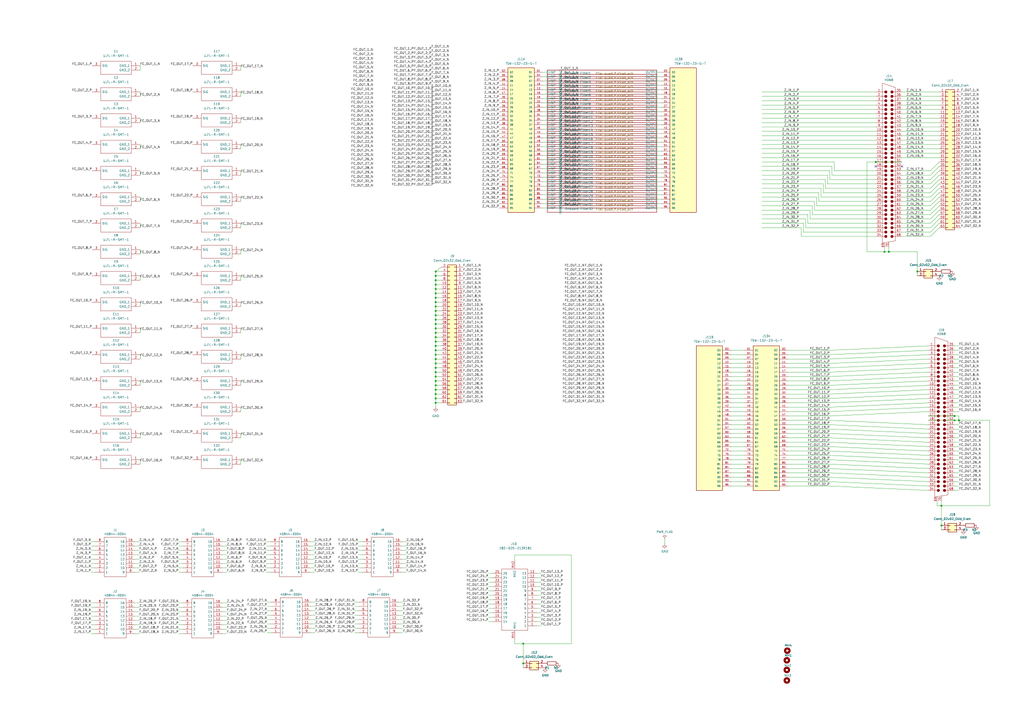
<source format=kicad_sch>
(kicad_sch (version 20211123) (generator eeschema)
  (paper "A2")
  (junction (at 252.73 215.9))
  (junction (at 252.73 185.42))
  (junction (at 303.53 384.81))
  (junction (at 252.73 193.04))
  (junction (at 553.72 241.3))
  (junction (at 252.73 203.2))
  (junction (at 252.73 228.6))
  (junction (at 532.13 157.48))
  (junction (at 252.73 226.06))
  (junction (at 252.73 195.58))
  (junction (at 252.73 162.56))
  (junction (at 252.73 157.48))
  (junction (at 303.53 373.38))
  (junction (at 252.73 167.64))
  (junction (at 252.73 182.88))
  (junction (at 252.73 205.74))
  (junction (at 252.73 231.14))
  (junction (at 515.62 146.05))
  (junction (at 556.26 243.84))
  (junction (at 252.73 187.96))
  (junction (at 546.1 293.37))
  (junction (at 252.73 170.18))
  (junction (at 508 93.98))
  (junction (at 252.73 190.5))
  (junction (at 252.73 210.82))
  (junction (at 252.73 200.66))
  (junction (at 252.73 233.68))
  (junction (at 252.73 180.34))
  (junction (at 252.73 165.1))
  (junction (at 513.08 146.05))
  (junction (at 252.73 213.36))
  (junction (at 252.73 220.98))
  (junction (at 546.1 304.8))
  (junction (at 252.73 223.52))
  (junction (at 252.73 177.8))
  (junction (at 252.73 160.02))
  (junction (at 553.72 243.84))
  (junction (at 252.73 198.12))
  (junction (at 252.73 208.28))
  (junction (at 252.73 218.44))
  (junction (at 252.73 172.72))
  (junction (at 252.73 175.26))
  (no_connect (at 523.24 96.52))
  (no_connect (at 508 96.52))
  (wire (pts (xy 283.337 352.933) (xy 285.877 352.933)))
  (wire (pts (xy 383.54 107.95) (xy 381 107.95)))
  (wire (pts (xy 255.905 190.5) (xy 252.73 190.5)))
  (wire (pts (xy 180.34 351.79) (xy 182.88 351.79)))
  (wire (pts (xy 106.16 354.84) (xy 103.62 354.84)))
  (wire (pts (xy 129.02 324.36) (xy 131.56 324.36)))
  (wire (pts (xy 81.28 236.22) (xy 81.28 238.76)))
  (wire (pts (xy 431.8 264.16) (xy 424.18 264.16)))
  (wire (pts (xy 233.16 324.36) (xy 235.7 324.36)))
  (wire (pts (xy 52.82 357.38) (xy 55.36 357.38)))
  (wire (pts (xy 383.54 44.45) (xy 381 44.45)))
  (wire (pts (xy 383.54 118.11) (xy 381 118.11)))
  (wire (pts (xy 481.33 246.38) (xy 538.48 248.92)))
  (wire (pts (xy 556.26 215.9) (xy 553.72 215.9)))
  (wire (pts (xy 52.82 324.36) (xy 55.36 324.36)))
  (wire (pts (xy 233.16 326.9) (xy 235.7 326.9)))
  (wire (pts (xy 52.82 362.46) (xy 55.36 362.46)))
  (wire (pts (xy 314.96 59.69) (xy 317.5 59.69)))
  (wire (pts (xy 81.28 99.06) (xy 81.28 101.6)))
  (wire (pts (xy 78.22 349.76) (xy 80.76 349.76)))
  (wire (pts (xy 311.277 345.313) (xy 313.817 345.313)))
  (wire (pts (xy 523.24 106.68) (xy 539.75 106.68)))
  (wire (pts (xy 314.96 102.87) (xy 317.5 102.87)))
  (wire (pts (xy 180.34 354.33) (xy 182.88 354.33)))
  (wire (pts (xy 81.28 160.02) (xy 81.28 162.56)))
  (wire (pts (xy 481.33 264.16) (xy 457.2 264.16)))
  (wire (pts (xy 231.14 351.79) (xy 233.68 351.79)))
  (wire (pts (xy 103.62 316.74) (xy 106.16 316.74)))
  (wire (pts (xy 81.28 144.78) (xy 81.28 147.32)))
  (wire (pts (xy 513.08 143.51) (xy 513.08 146.05)))
  (wire (pts (xy 538.48 218.44) (xy 481.33 220.98)))
  (wire (pts (xy 553.72 256.54) (xy 556.26 256.54)))
  (wire (pts (xy 233.16 321.82) (xy 235.7 321.82)))
  (wire (pts (xy 210.3 314.2) (xy 207.76 314.2)))
  (wire (pts (xy 523.24 86.36) (xy 544.83 86.36)))
  (wire (pts (xy 383.54 113.03) (xy 381 113.03)))
  (wire (pts (xy 431.8 223.52) (xy 424.18 223.52)))
  (wire (pts (xy 481.33 226.06) (xy 457.2 226.06)))
  (wire (pts (xy 431.8 256.54) (xy 424.18 256.54)))
  (wire (pts (xy 78.22 365) (xy 80.76 365)))
  (wire (pts (xy 431.8 271.78) (xy 424.18 271.78)))
  (wire (pts (xy 157.48 359.41) (xy 154.94 359.41)))
  (wire (pts (xy 553.72 210.82) (xy 556.26 210.82)))
  (wire (pts (xy 553.72 254) (xy 556.26 254)))
  (wire (pts (xy 556.26 220.98) (xy 553.72 220.98)))
  (wire (pts (xy 481.33 205.74) (xy 538.48 203.2)))
  (wire (pts (xy 252.73 175.26) (xy 252.73 177.8)))
  (wire (pts (xy 431.8 276.86) (xy 424.18 276.86)))
  (wire (pts (xy 441.96 114.3) (xy 473.71 114.3)))
  (wire (pts (xy 252.73 208.28) (xy 252.73 210.82)))
  (wire (pts (xy 252.73 185.42) (xy 252.73 187.96)))
  (wire (pts (xy 139.7 160.02) (xy 139.7 162.56)))
  (wire (pts (xy 539.75 134.62) (xy 544.83 129.54)))
  (wire (pts (xy 538.48 261.62) (xy 481.33 259.08)))
  (wire (pts (xy 205.74 361.95) (xy 208.28 361.95)))
  (wire (pts (xy 78.22 357.38) (xy 80.76 357.38)))
  (wire (pts (xy 481.33 248.92) (xy 457.2 248.92)))
  (wire (pts (xy 556.26 243.84) (xy 574.04 243.84)))
  (wire (pts (xy 255.905 193.04) (xy 252.73 193.04)))
  (wire (pts (xy 481.33 243.84) (xy 457.2 243.84)))
  (wire (pts (xy 231.14 356.87) (xy 233.68 356.87)))
  (wire (pts (xy 314.96 85.09) (xy 317.5 85.09)))
  (wire (pts (xy 205.74 356.87) (xy 208.28 356.87)))
  (wire (pts (xy 441.96 81.28) (xy 508 81.28)))
  (wire (pts (xy 385.56 312.93) (xy 385.56 315.47)))
  (wire (pts (xy 523.24 119.38) (xy 539.75 119.38)))
  (wire (pts (xy 441.96 93.98) (xy 483.87 93.98)))
  (wire (pts (xy 523.24 134.62) (xy 539.75 134.62)))
  (wire (pts (xy 255.905 200.66) (xy 252.73 200.66)))
  (wire (pts (xy 106.16 319.28) (xy 103.62 319.28)))
  (wire (pts (xy 129.02 329.44) (xy 131.56 329.44)))
  (wire (pts (xy 78.22 324.36) (xy 80.76 324.36)))
  (wire (pts (xy 441.96 83.82) (xy 508 83.82)))
  (wire (pts (xy 252.73 190.5) (xy 252.73 193.04)))
  (wire (pts (xy 52.82 319.28) (xy 55.36 319.28)))
  (wire (pts (xy 538.48 251.46) (xy 481.33 248.92)))
  (wire (pts (xy 538.48 208.28) (xy 481.33 210.82)))
  (wire (pts (xy 106.16 365) (xy 103.62 365)))
  (wire (pts (xy 481.33 279.4) (xy 538.48 281.94)))
  (wire (pts (xy 311.277 363.093) (xy 313.817 363.093)))
  (wire (pts (xy 55.36 359.92) (xy 52.82 359.92)))
  (wire (pts (xy 468.63 124.46) (xy 468.63 129.54)))
  (wire (pts (xy 441.96 132.08) (xy 464.82 132.08)))
  (wire (pts (xy 482.6 101.6) (xy 508 101.6)))
  (wire (pts (xy 255.905 182.88) (xy 252.73 182.88)))
  (wire (pts (xy 481.33 259.08) (xy 457.2 259.08)))
  (wire (pts (xy 553.72 276.86) (xy 556.26 276.86)))
  (wire (pts (xy 431.8 259.08) (xy 424.18 259.08)))
  (wire (pts (xy 103.62 367.54) (xy 106.16 367.54)))
  (wire (pts (xy 481.33 213.36) (xy 457.2 213.36)))
  (wire (pts (xy 314.96 92.71) (xy 317.5 92.71)))
  (wire (pts (xy 252.73 215.9) (xy 252.73 218.44)))
  (wire (pts (xy 283.337 358.013) (xy 285.877 358.013)))
  (wire (pts (xy 502.92 93.98) (xy 508 93.98)))
  (wire (pts (xy 154.42 316.74) (xy 156.96 316.74)))
  (wire (pts (xy 431.8 228.6) (xy 424.18 228.6)))
  (wire (pts (xy 539.75 127) (xy 544.83 121.92)))
  (wire (pts (xy 255.905 228.6) (xy 252.73 228.6)))
  (wire (pts (xy 481.33 233.68) (xy 457.2 233.68)))
  (wire (pts (xy 311.277 342.773) (xy 313.817 342.773)))
  (wire (pts (xy 431.8 269.24) (xy 424.18 269.24)))
  (wire (pts (xy 473.71 119.38) (xy 508 119.38)))
  (wire (pts (xy 481.33 215.9) (xy 457.2 215.9)))
  (wire (pts (xy 252.73 233.68) (xy 252.73 236.22)))
  (wire (pts (xy 139.7 266.7) (xy 139.7 269.24)))
  (wire (pts (xy 314.96 64.77) (xy 317.5 64.77)))
  (wire (pts (xy 502.92 93.98) (xy 502.92 146.05)))
  (wire (pts (xy 477.52 106.68) (xy 477.52 111.76)))
  (wire (pts (xy 383.54 46.99) (xy 381 46.99)))
  (wire (pts (xy 431.8 241.3) (xy 424.18 241.3)))
  (wire (pts (xy 129.02 316.74) (xy 131.56 316.74)))
  (wire (pts (xy 523.24 83.82) (xy 544.83 83.82)))
  (wire (pts (xy 231.14 364.49) (xy 233.68 364.49)))
  (wire (pts (xy 311.277 360.553) (xy 313.817 360.553)))
  (wire (pts (xy 311.277 335.153) (xy 313.817 335.153)))
  (wire (pts (xy 311.277 340.233) (xy 313.817 340.233)))
  (wire (pts (xy 478.79 109.22) (xy 508 109.22)))
  (wire (pts (xy 331.47 321.945) (xy 331.47 373.38)))
  (wire (pts (xy 255.905 167.64) (xy 252.73 167.64)))
  (wire (pts (xy 523.24 55.88) (xy 544.83 55.88)))
  (wire (pts (xy 255.905 208.28) (xy 252.73 208.28)))
  (wire (pts (xy 311.277 332.613) (xy 313.817 332.613)))
  (wire (pts (xy 252.73 172.72) (xy 252.73 175.26)))
  (wire (pts (xy 538.48 238.76) (xy 481.33 241.3)))
  (wire (pts (xy 231.14 367.03) (xy 233.68 367.03)))
  (wire (pts (xy 252.73 182.88) (xy 252.73 185.42)))
  (wire (pts (xy 539.75 132.08) (xy 544.83 127)))
  (wire (pts (xy 139.7 99.06) (xy 139.7 101.6)))
  (wire (pts (xy 523.24 60.96) (xy 544.83 60.96)))
  (wire (pts (xy 383.54 82.55) (xy 381 82.55)))
  (wire (pts (xy 283.337 337.693) (xy 285.877 337.693)))
  (wire (pts (xy 252.73 180.34) (xy 252.73 182.88)))
  (wire (pts (xy 52.82 329.44) (xy 55.36 329.44)))
  (wire (pts (xy 314.96 69.85) (xy 317.5 69.85)))
  (wire (pts (xy 129.02 331.98) (xy 131.56 331.98)))
  (wire (pts (xy 252.73 203.2) (xy 252.73 205.74)))
  (wire (pts (xy 208.28 349.25) (xy 205.74 349.25)))
  (wire (pts (xy 383.54 57.15) (xy 381 57.15)))
  (wire (pts (xy 481.33 223.52) (xy 538.48 220.98)))
  (wire (pts (xy 553.72 284.48) (xy 556.26 284.48)))
  (wire (pts (xy 481.33 243.84) (xy 538.48 246.38)))
  (wire (pts (xy 441.96 88.9) (xy 508 88.9)))
  (wire (pts (xy 431.8 220.98) (xy 424.18 220.98)))
  (wire (pts (xy 538.48 243.84) (xy 553.72 243.84)))
  (wire (pts (xy 481.33 213.36) (xy 538.48 210.82)))
  (wire (pts (xy 106.16 349.76) (xy 103.62 349.76)))
  (wire (pts (xy 431.8 238.76) (xy 424.18 238.76)))
  (wire (pts (xy 464.82 137.16) (xy 508 137.16)))
  (wire (pts (xy 441.96 55.88) (xy 508 55.88)))
  (wire (pts (xy 78.22 316.74) (xy 80.76 316.74)))
  (wire (pts (xy 252.73 187.96) (xy 252.73 190.5)))
  (wire (pts (xy 81.28 53.34) (xy 81.28 55.88)))
  (wire (pts (xy 539.75 99.06) (xy 544.83 93.98)))
  (wire (pts (xy 103.62 326.9) (xy 106.16 326.9)))
  (wire (pts (xy 255.905 213.36) (xy 252.73 213.36)))
  (wire (pts (xy 539.75 101.6) (xy 544.83 96.52)))
  (wire (pts (xy 481.33 269.24) (xy 457.2 269.24)))
  (wire (pts (xy 431.8 231.14) (xy 424.18 231.14)))
  (wire (pts (xy 383.54 77.47) (xy 381 77.47)))
  (wire (pts (xy 81.28 190.5) (xy 81.28 193.04)))
  (wire (pts (xy 52.82 321.82) (xy 55.36 321.82)))
  (wire (pts (xy 252.73 193.04) (xy 252.73 195.58)))
  (wire (pts (xy 441.96 119.38) (xy 471.17 119.38)))
  (wire (pts (xy 383.54 59.69) (xy 381 59.69)))
  (wire (pts (xy 523.24 116.84) (xy 539.75 116.84)))
  (wire (pts (xy 255.905 195.58) (xy 252.73 195.58)))
  (wire (pts (xy 532.13 146.05) (xy 515.62 146.05)))
  (wire (pts (xy 78.22 331.98) (xy 80.76 331.98)))
  (wire (pts (xy 255.905 177.8) (xy 252.73 177.8)))
  (wire (pts (xy 283.337 340.233) (xy 285.877 340.233)))
  (wire (pts (xy 523.24 127) (xy 539.75 127)))
  (wire (pts (xy 106.16 324.36) (xy 103.62 324.36)))
  (wire (pts (xy 314.96 74.93) (xy 317.5 74.93)))
  (wire (pts (xy 523.24 109.22) (xy 539.75 109.22)))
  (wire (pts (xy 303.53 384.81) (xy 303.53 387.35)))
  (wire (pts (xy 441.96 66.04) (xy 508 66.04)))
  (wire (pts (xy 106.16 314.2) (xy 103.62 314.2)))
  (wire (pts (xy 81.28 205.74) (xy 81.28 208.28)))
  (wire (pts (xy 481.33 233.68) (xy 538.48 231.14)))
  (wire (pts (xy 523.24 104.14) (xy 539.75 104.14)))
  (wire (pts (xy 481.33 266.7) (xy 538.48 269.24)))
  (wire (pts (xy 556.26 208.28) (xy 553.72 208.28)))
  (wire (pts (xy 233.16 314.2) (xy 235.7 314.2)))
  (wire (pts (xy 255.905 215.9) (xy 252.73 215.9)))
  (wire (pts (xy 139.7 190.5) (xy 139.7 193.04)))
  (wire (pts (xy 103.62 331.98) (xy 106.16 331.98)))
  (wire (pts (xy 154.94 361.95) (xy 157.48 361.95)))
  (wire (pts (xy 482.6 96.52) (xy 482.6 101.6)))
  (wire (pts (xy 431.8 254) (xy 424.18 254)))
  (wire (pts (xy 179.82 319.28) (xy 182.36 319.28)))
  (wire (pts (xy 255.905 165.1) (xy 252.73 165.1)))
  (wire (pts (xy 383.54 72.39) (xy 381 72.39)))
  (wire (pts (xy 233.16 329.44) (xy 235.7 329.44)))
  (wire (pts (xy 314.96 67.31) (xy 317.5 67.31)))
  (wire (pts (xy 523.24 111.76) (xy 539.75 111.76)))
  (wire (pts (xy 467.36 127) (xy 467.36 132.08)))
  (wire (pts (xy 252.73 228.6) (xy 252.73 231.14)))
  (wire (pts (xy 314.96 82.55) (xy 317.5 82.55)))
  (wire (pts (xy 252.73 226.06) (xy 252.73 228.6)))
  (wire (pts (xy 106.16 359.92) (xy 103.62 359.92)))
  (wire (pts (xy 431.8 248.92) (xy 424.18 248.92)))
  (wire (pts (xy 481.33 208.28) (xy 457.2 208.28)))
  (wire (pts (xy 532.13 157.48) (xy 532.13 160.02)))
  (wire (pts (xy 129.02 352.3) (xy 131.56 352.3)))
  (wire (pts (xy 252.73 157.48) (xy 252.73 160.02)))
  (wire (pts (xy 466.09 134.62) (xy 508 134.62)))
  (wire (pts (xy 553.72 266.7) (xy 556.26 266.7)))
  (wire (pts (xy 466.09 129.54) (xy 466.09 134.62)))
  (wire (pts (xy 431.8 251.46) (xy 424.18 251.46)))
  (wire (pts (xy 231.14 354.33) (xy 233.68 354.33)))
  (wire (pts (xy 441.96 121.92) (xy 469.9 121.92)))
  (wire (pts (xy 481.33 276.86) (xy 457.2 276.86)))
  (wire (pts (xy 469.9 121.92) (xy 469.9 127)))
  (wire (pts (xy 481.33 236.22) (xy 457.2 236.22)))
  (wire (pts (xy 539.75 114.3) (xy 544.83 109.22)))
  (wire (pts (xy 383.54 110.49) (xy 381 110.49)))
  (wire (pts (xy 255.905 233.68) (xy 252.73 233.68)))
  (wire (pts (xy 179.82 326.9) (xy 182.36 326.9)))
  (wire (pts (xy 546.1 290.83) (xy 546.1 293.37)))
  (wire (pts (xy 441.96 99.06) (xy 481.33 99.06)))
  (wire (pts (xy 311.277 347.853) (xy 313.817 347.853)))
  (wire (pts (xy 283.337 360.553) (xy 285.877 360.553)))
  (wire (pts (xy 283.337 345.313) (xy 285.877 345.313)))
  (wire (pts (xy 383.54 97.79) (xy 381 97.79)))
  (wire (pts (xy 255.905 170.18) (xy 252.73 170.18)))
  (wire (pts (xy 553.72 243.84) (xy 556.26 243.84)))
  (wire (pts (xy 129.02 354.84) (xy 131.56 354.84)))
  (wire (pts (xy 210.3 319.28) (xy 207.76 319.28)))
  (wire (pts (xy 474.98 111.76) (xy 474.98 116.84)))
  (wire (pts (xy 441.96 68.58) (xy 508 68.58)))
  (wire (pts (xy 481.33 274.32) (xy 457.2 274.32)))
  (wire (pts (xy 539.75 129.54) (xy 544.83 124.46)))
  (wire (pts (xy 481.33 220.98) (xy 457.2 220.98)))
  (wire (pts (xy 477.52 111.76) (xy 508 111.76)))
  (wire (pts (xy 252.73 213.36) (xy 252.73 215.9)))
  (wire (pts (xy 156.96 329.44) (xy 154.42 329.44)))
  (wire (pts (xy 481.33 246.38) (xy 457.2 246.38)))
  (wire (pts (xy 431.8 261.62) (xy 424.18 261.62)))
  (wire (pts (xy 314.96 100.33) (xy 317.5 100.33)))
  (wire (pts (xy 154.94 351.79) (xy 157.48 351.79)))
  (wire (pts (xy 474.98 116.84) (xy 508 116.84)))
  (wire (pts (xy 252.73 167.64) (xy 252.73 170.18)))
  (wire (pts (xy 52.82 316.74) (xy 55.36 316.74)))
  (wire (pts (xy 55.36 365) (xy 52.82 365)))
  (wire (pts (xy 156.96 324.36) (xy 154.42 324.36)))
  (wire (pts (xy 441.96 53.34) (xy 508 53.34)))
  (wire (pts (xy 538.48 254) (xy 481.33 251.46)))
  (wire (pts (xy 255.905 172.72) (xy 252.73 172.72)))
  (wire (pts (xy 431.8 281.94) (xy 424.18 281.94)))
  (wire (pts (xy 383.54 105.41) (xy 381 105.41)))
  (wire (pts (xy 252.73 160.02) (xy 252.73 162.56)))
  (wire (pts (xy 441.96 58.42) (xy 508 58.42)))
  (wire (pts (xy 129.02 314.2) (xy 131.56 314.2)))
  (wire (pts (xy 314.96 54.61) (xy 317.5 54.61)))
  (wire (pts (xy 180.34 356.87) (xy 182.88 356.87)))
  (wire (pts (xy 283.337 335.153) (xy 285.877 335.153)))
  (wire (pts (xy 473.71 114.3) (xy 473.71 119.38)))
  (wire (pts (xy 81.28 68.58) (xy 81.28 71.12)))
  (wire (pts (xy 431.8 233.68) (xy 424.18 233.68)))
  (wire (pts (xy 523.24 88.9) (xy 544.83 88.9)))
  (wire (pts (xy 556.26 205.74) (xy 553.72 205.74)))
  (wire (pts (xy 481.33 226.06) (xy 538.48 223.52)))
  (wire (pts (xy 574.04 243.84) (xy 574.04 293.37)))
  (wire (pts (xy 441.96 91.44) (xy 508 91.44)))
  (wire (pts (xy 129.02 365) (xy 131.56 365)))
  (wire (pts (xy 314.96 110.49) (xy 317.5 110.49)))
  (wire (pts (xy 523.24 114.3) (xy 539.75 114.3)))
  (wire (pts (xy 179.82 314.2) (xy 182.36 314.2)))
  (wire (pts (xy 471.17 119.38) (xy 471.17 124.46)))
  (wire (pts (xy 314.96 72.39) (xy 317.5 72.39)))
  (wire (pts (xy 538.48 241.3) (xy 553.72 241.3)))
  (wire (pts (xy 441.96 104.14) (xy 478.79 104.14)))
  (wire (pts (xy 539.75 119.38) (xy 544.83 114.3)))
  (wire (pts (xy 139.7 83.82) (xy 139.7 86.36)))
  (wire (pts (xy 180.34 361.95) (xy 182.88 361.95)))
  (wire (pts (xy 515.62 143.51) (xy 515.62 146.05)))
  (wire (pts (xy 441.96 73.66) (xy 508 73.66)))
  (wire (pts (xy 523.24 129.54) (xy 539.75 129.54)))
  (wire (pts (xy 81.28 83.82) (xy 81.28 86.36)))
  (wire (pts (xy 303.53 384.81) (xy 303.53 373.38)))
  (wire (pts (xy 78.22 321.82) (xy 80.76 321.82)))
  (wire (pts (xy 431.8 208.28) (xy 424.18 208.28)))
  (wire (pts (xy 139.7 236.22) (xy 139.7 238.76)))
  (wire (pts (xy 523.24 53.34) (xy 544.83 53.34)))
  (wire (pts (xy 481.33 231.14) (xy 457.2 231.14)))
  (wire (pts (xy 314.96 118.11) (xy 317.5 118.11)))
  (wire (pts (xy 179.82 316.74) (xy 182.36 316.74)))
  (wire (pts (xy 441.96 127) (xy 467.36 127)))
  (wire (pts (xy 553.72 274.32) (xy 556.26 274.32)))
  (wire (pts (xy 383.54 80.01) (xy 381 80.01)))
  (wire (pts (xy 483.87 99.06) (xy 508 99.06)))
  (wire (pts (xy 252.73 177.8) (xy 252.73 180.34)))
  (wire (pts (xy 383.54 95.25) (xy 381 95.25)))
  (wire (pts (xy 233.16 331.98) (xy 235.7 331.98)))
  (wire (pts (xy 383.54 52.07) (xy 381 52.07)))
  (wire (pts (xy 523.24 66.04) (xy 544.83 66.04)))
  (wire (pts (xy 314.96 115.57) (xy 317.5 115.57)))
  (wire (pts (xy 331.47 373.38) (xy 303.53 373.38)))
  (wire (pts (xy 208.28 359.41) (xy 205.74 359.41)))
  (wire (pts (xy 553.72 223.52) (xy 556.26 223.52)))
  (wire (pts (xy 383.54 62.23) (xy 381 62.23)))
  (wire (pts (xy 255.905 210.82) (xy 252.73 210.82)))
  (wire (pts (xy 431.8 243.84) (xy 424.18 243.84)))
  (wire (pts (xy 383.54 69.85) (xy 381 69.85)))
  (wire (pts (xy 311.277 352.933) (xy 313.817 352.933)))
  (wire (pts (xy 154.94 367.03) (xy 157.48 367.03)))
  (wire (pts (xy 553.72 271.78) (xy 556.26 271.78)))
  (wire (pts (xy 78.22 329.44) (xy 80.76 329.44)))
  (wire (pts (xy 139.7 251.46) (xy 139.7 254)))
  (wire (pts (xy 483.87 93.98) (xy 483.87 99.06)))
  (wire (pts (xy 180.34 364.49) (xy 182.88 364.49)))
  (wire (pts (xy 81.28 251.46) (xy 81.28 254)))
  (wire (pts (xy 523.24 76.2) (xy 544.83 76.2)))
  (wire (pts (xy 523.24 68.58) (xy 544.83 68.58)))
  (wire (pts (xy 383.54 87.63) (xy 381 87.63)))
  (wire (pts (xy 314.96 105.41) (xy 317.5 105.41)))
  (wire (pts (xy 180.34 349.25) (xy 182.88 349.25)))
  (wire (pts (xy 508 93.98) (xy 523.24 93.98)))
  (wire (pts (xy 480.06 106.68) (xy 508 106.68)))
  (wire (pts (xy 331.47 321.945) (xy 298.577 321.945)))
  (wire (pts (xy 556.26 218.44) (xy 553.72 218.44)))
  (wire (pts (xy 255.905 205.74) (xy 252.73 205.74)))
  (wire (pts (xy 468.63 129.54) (xy 508 129.54)))
  (wire (pts (xy 523.24 121.92) (xy 539.75 121.92)))
  (wire (pts (xy 78.22 319.28) (xy 80.76 319.28)))
  (wire (pts (xy 538.48 205.74) (xy 481.33 208.28)))
  (wire (pts (xy 314.96 62.23) (xy 317.5 62.23)))
  (wire (pts (xy 129.02 359.92) (xy 131.56 359.92)))
  (wire (pts (xy 431.8 210.82) (xy 424.18 210.82)))
  (wire (pts (xy 383.54 54.61) (xy 381 54.61)))
  (wire (pts (xy 139.7 38.1) (xy 139.7 40.64)))
  (wire (pts (xy 205.74 351.79) (xy 208.28 351.79)))
  (wire (pts (xy 179.82 321.82) (xy 182.36 321.82)))
  (wire (pts (xy 314.96 120.65) (xy 317.5 120.65)))
  (wire (pts (xy 481.33 218.44) (xy 457.2 218.44)))
  (wire (pts (xy 154.42 331.98) (xy 156.96 331.98)))
  (wire (pts (xy 283.337 355.473) (xy 285.877 355.473)))
  (wire (pts (xy 431.8 213.36) (xy 424.18 213.36)))
  (wire (pts (xy 481.33 281.94) (xy 457.2 281.94)))
  (wire (pts (xy 539.75 137.16) (xy 544.83 132.08)))
  (wire (pts (xy 255.905 223.52) (xy 252.73 223.52)))
  (wire (pts (xy 78.22 314.2) (xy 80.76 314.2)))
  (wire (pts (xy 252.73 195.58) (xy 252.73 198.12)))
  (wire (pts (xy 157.48 364.49) (xy 154.94 364.49)))
  (wire (pts (xy 129.02 357.38) (xy 131.56 357.38)))
  (wire (pts (xy 441.96 76.2) (xy 508 76.2)))
  (wire (pts (xy 481.33 274.32) (xy 538.48 276.86)))
  (wire (pts (xy 55.36 354.84) (xy 52.82 354.84)))
  (wire (pts (xy 283.337 342.773) (xy 285.877 342.773)))
  (wire (pts (xy 231.14 359.41) (xy 233.68 359.41)))
  (wire (pts (xy 180.34 367.03) (xy 182.88 367.03)))
  (wire (pts (xy 523.24 101.6) (xy 539.75 101.6)))
  (wire (pts (xy 283.337 332.613) (xy 285.877 332.613)))
  (wire (pts (xy 383.54 67.31) (xy 381 67.31)))
  (wire (pts (xy 81.28 266.7) (xy 81.28 269.24)))
  (wire (pts (xy 252.73 218.44) (xy 252.73 220.98)))
  (wire (pts (xy 553.72 200.66) (xy 556.26 200.66)))
  (wire (pts (xy 523.24 78.74) (xy 544.83 78.74)))
  (wire (pts (xy 139.7 220.98) (xy 139.7 223.52)))
  (wire (pts (xy 441.96 109.22) (xy 476.25 109.22)))
  (wire (pts (xy 539.75 124.46) (xy 544.83 119.38)))
  (wire (pts (xy 523.24 99.06) (xy 539.75 99.06)))
  (wire (pts (xy 441.96 116.84) (xy 472.44 116.84)))
  (wire (pts (xy 154.94 356.87) (xy 157.48 356.87)))
  (wire (pts (xy 252.73 200.66) (xy 252.73 203.2)))
  (wire (pts (xy 472.44 116.84) (xy 472.44 121.92)))
  (wire (pts (xy 471.17 124.46) (xy 508 124.46)))
  (wire (pts (xy 311.277 355.473) (xy 313.817 355.473)))
  (wire (pts (xy 538.48 266.7) (xy 481.33 264.16)))
  (wire (pts (xy 179.82 324.36) (xy 182.36 324.36)))
  (wire (pts (xy 431.8 266.7) (xy 424.18 266.7)))
  (wire (pts (xy 523.24 73.66) (xy 544.83 73.66)))
  (wire (pts (xy 207.76 331.98) (xy 210.3 331.98)))
  (wire (pts (xy 78.22 352.3) (xy 80.76 352.3)))
  (wire (pts (xy 383.54 115.57) (xy 381 115.57)))
  (wire (pts (xy 78.22 367.54) (xy 80.76 367.54)))
  (wire (pts (xy 556.26 264.16) (xy 553.72 264.16)))
  (wire (pts (xy 252.73 162.56) (xy 252.73 165.1)))
  (wire (pts (xy 556.26 241.3) (xy 556.26 243.84)))
  (wire (pts (xy 231.14 349.25) (xy 233.68 349.25)))
  (wire (pts (xy 252.73 231.14) (xy 252.73 233.68)))
  (wire (pts (xy 81.28 129.54) (xy 81.28 132.08)))
  (wire (pts (xy 481.33 271.78) (xy 457.2 271.78)))
  (wire (pts (xy 481.33 203.2) (xy 538.48 200.66)))
  (wire (pts (xy 314.96 46.99) (xy 317.5 46.99)))
  (wire (pts (xy 556.26 259.08) (xy 553.72 259.08)))
  (wire (pts (xy 139.7 114.3) (xy 139.7 116.84)))
  (wire (pts (xy 481.33 205.74) (xy 457.2 205.74)))
  (wire (pts (xy 81.28 220.98) (xy 81.28 223.52)))
  (wire (pts (xy 78.22 354.84) (xy 80.76 354.84)))
  (wire (pts (xy 481.33 261.62) (xy 457.2 261.62)))
  (wire (pts (xy 383.54 90.17) (xy 381 90.17)))
  (wire (pts (xy 553.72 231.14) (xy 556.26 231.14)))
  (wire (pts (xy 556.26 251.46) (xy 553.72 251.46)))
  (wire (pts (xy 179.82 329.44) (xy 182.36 329.44)))
  (wire (pts (xy 255.905 231.14) (xy 252.73 231.14)))
  (wire (pts (xy 481.33 279.4) (xy 457.2 279.4)))
  (wire (pts (xy 481.33 254) (xy 457.2 254)))
  (wire (pts (xy 52.82 314.2) (xy 55.36 314.2)))
  (wire (pts (xy 481.33 203.2) (xy 457.2 203.2)))
  (wire (pts (xy 298.577 370.713) (xy 298.577 373.38)))
  (wire (pts (xy 103.62 352.3) (xy 106.16 352.3)))
  (wire (pts (xy 157.48 349.25) (xy 154.94 349.25)))
  (wire (pts (xy 441.96 124.46) (xy 468.63 124.46)))
  (wire (pts (xy 383.54 85.09) (xy 381 85.09)))
  (wire (pts (xy 255.905 154.94) (xy 252.73 157.48)))
  (wire (pts (xy 129.02 326.9) (xy 131.56 326.9)))
  (wire (pts (xy 283.337 350.393) (xy 285.877 350.393)))
  (wire (pts (xy 255.905 220.98) (xy 252.73 220.98)))
  (wire (pts (xy 52.82 326.9) (xy 55.36 326.9)))
  (wire (pts (xy 139.7 205.74) (xy 139.7 208.28)))
  (wire (pts (xy 383.54 92.71) (xy 381 92.71)))
  (wire (pts (xy 481.33 254) (xy 538.48 256.54)))
  (wire (pts (xy 543.56 290.83) (xy 543.56 293.37)))
  (wire (pts (xy 538.48 226.06) (xy 481.33 228.6)))
  (wire (pts (xy 467.36 132.08) (xy 508 132.08)))
  (wire (pts (xy 553.72 279.4) (xy 556.26 279.4)))
  (wire (pts (xy 383.54 64.77) (xy 381 64.77)))
  (wire (pts (xy 553.72 226.06) (xy 556.26 226.06)))
  (wire (pts (xy 255.905 162.56) (xy 252.73 162.56)))
  (wire (pts (xy 441.96 101.6) (xy 480.06 101.6)))
  (wire (pts (xy 481.33 269.24) (xy 538.48 271.78)))
  (wire (pts (xy 139.7 53.34) (xy 139.7 55.88)))
  (wire (pts (xy 106.16 329.44) (xy 103.62 329.44)))
  (wire (pts (xy 481.33 251.46) (xy 457.2 251.46)))
  (wire (pts (xy 103.62 362.46) (xy 106.16 362.46)))
  (wire (pts (xy 255.905 175.26) (xy 252.73 175.26)))
  (wire (pts (xy 81.28 38.1) (xy 81.28 40.64)))
  (wire (pts (xy 78.22 362.46) (xy 80.76 362.46)))
  (wire (pts (xy 532.13 157.48) (xy 532.13 146.05)))
  (wire (pts (xy 553.72 238.76) (xy 556.26 238.76)))
  (wire (pts (xy 103.62 357.38) (xy 106.16 357.38)))
  (wire (pts (xy 441.96 63.5) (xy 508 63.5)))
  (wire (pts (xy 207.76 326.9) (xy 210.3 326.9)))
  (wire (pts (xy 574.04 293.37) (xy 546.1 293.37)))
  (wire (pts (xy 553.72 213.36) (xy 556.26 213.36)))
  (wire (pts (xy 208.28 354.33) (xy 205.74 354.33)))
  (wire (pts (xy 255.905 187.96) (xy 252.73 187.96)))
  (wire (pts (xy 52.82 352.3) (xy 55.36 352.3)))
  (wire (pts (xy 314.96 52.07) (xy 317.5 52.07)))
  (wire (pts (xy 546.1 293.37) (xy 546.1 304.8)))
  (wire (pts (xy 556.26 261.62) (xy 553.72 261.62)))
  (wire (pts (xy 556.26 248.92) (xy 553.72 248.92)))
  (wire (pts (xy 553.72 203.2) (xy 556.26 203.2)))
  (wire (pts (xy 139.7 144.78) (xy 139.7 147.32)))
  (wire (pts (xy 255.905 203.2) (xy 252.73 203.2)))
  (wire (pts (xy 157.48 354.33) (xy 154.94 354.33)))
  (wire (pts (xy 539.75 116.84) (xy 544.83 111.76)))
  (wire (pts (xy 314.96 113.03) (xy 317.5 113.03)))
  (wire (pts (xy 52.82 331.98) (xy 55.36 331.98)))
  (wire (pts (xy 523.24 63.5) (xy 544.83 63.5)))
  (wire (pts (xy 553.72 228.6) (xy 556.26 228.6)))
  (wire (pts (xy 52.82 367.54) (xy 55.36 367.54)))
  (wire (pts (xy 139.7 175.26) (xy 139.7 177.8)))
  (wire (pts (xy 481.33 256.54) (xy 538.48 259.08)))
  (wire (pts (xy 481.33 228.6) (xy 457.2 228.6)))
  (wire (pts (xy 314.96 107.95) (xy 317.5 107.95)))
  (wire (pts (xy 383.54 102.87) (xy 381 102.87)))
  (wire (pts (xy 154.42 326.9) (xy 156.96 326.9)))
  (wire (pts (xy 481.33 281.94) (xy 538.48 284.48)))
  (wire (pts (xy 431.8 246.38) (xy 424.18 246.38)))
  (wire (pts (xy 252.73 198.12) (xy 252.73 200.66)))
  (wire (pts (xy 480.06 101.6) (xy 480.06 106.68)))
  (wire (pts (xy 207.76 316.74) (xy 210.3 316.74)))
  (wire (pts (xy 523.24 58.42) (xy 544.83 58.42)))
  (wire (pts (xy 255.905 198.12) (xy 252.73 198.12)))
  (wire (pts (xy 129.02 349.76) (xy 131.56 349.76)))
  (wire (pts (xy 55.36 349.76) (xy 52.82 349.76)))
  (wire (pts (xy 476.25 114.3) (xy 508 114.3)))
  (wire (pts (xy 252.73 205.74) (xy 252.73 208.28)))
  (wire (pts (xy 523.24 132.08) (xy 539.75 132.08)))
  (wire (pts (xy 441.96 60.96) (xy 508 60.96)))
  (wire (pts (xy 441.96 111.76) (xy 474.98 111.76)))
  (wire (pts (xy 431.8 279.4) (xy 424.18 279.4)))
  (wire (pts (xy 481.33 271.78) (xy 538.48 274.32)))
  (wire (pts (xy 523.24 137.16) (xy 539.75 137.16)))
  (wire (pts (xy 383.54 120.65) (xy 381 120.65)))
  (wire (pts (xy 539.75 109.22) (xy 544.83 104.14)))
  (wire (pts (xy 129.02 321.82) (xy 131.56 321.82)))
  (wire (pts (xy 255.905 185.42) (xy 252.73 185.42)))
  (wire (pts (xy 129.02 319.28) (xy 131.56 319.28)))
  (wire (pts (xy 431.8 215.9) (xy 424.18 215.9)))
  (wire (pts (xy 252.73 223.52) (xy 252.73 226.06)))
  (wire (pts (xy 255.905 226.06) (xy 252.73 226.06)))
  (wire (pts (xy 129.02 362.46) (xy 131.56 362.46)))
  (wire (pts (xy 298.577 321.945) (xy 298.577 324.993)))
  (wire (pts (xy 481.33 266.7) (xy 457.2 266.7)))
  (wire (pts (xy 314.96 41.91) (xy 317.5 41.91)))
  (wire (pts (xy 156.96 319.28) (xy 154.42 319.28)))
  (wire (pts (xy 431.8 218.44) (xy 424.18 218.44)))
  (wire (pts (xy 469.9 127) (xy 508 127)))
  (wire (pts (xy 179.82 331.98) (xy 182.36 331.98)))
  (wire (pts (xy 431.8 274.32) (xy 424.18 274.32)))
  (wire (pts (xy 383.54 49.53) (xy 381 49.53)))
  (wire (pts (xy 523.24 91.44) (xy 544.83 91.44)))
  (wire (pts (xy 154.42 321.82) (xy 156.96 321.82)))
  (wire (pts (xy 538.48 215.9) (xy 481.33 218.44)))
  (wire (pts (xy 481.33 104.14) (xy 508 104.14)))
  (wire (pts (xy 441.96 86.36) (xy 508 86.36)))
  (wire (pts (xy 314.96 95.25) (xy 317.5 95.25)))
  (wire (pts (xy 139.7 129.54) (xy 139.7 132.08)))
  (wire (pts (xy 154.42 314.2) (xy 156.96 314.2)))
  (wire (pts (xy 543.56 293.37) (xy 546.1 293.37)))
  (wire (pts (xy 283.337 347.853) (xy 285.877 347.853)))
  (wire (pts (xy 472.44 121.92) (xy 508 121.92)))
  (wire (pts (xy 210.3 324.36) (xy 207.76 324.36)))
  (wire (pts (xy 441.96 71.12) (xy 508 71.12)))
  (wire (pts (xy 523.24 124.46) (xy 539.75 124.46)))
  (wire (pts (xy 513.08 146.05) (xy 515.62 146.05)))
  (wire (pts (xy 431.8 205.74) (xy 424.18 205.74)))
  (wire (pts (xy 207.76 321.82) (xy 210.3 321.82)))
  (wire (pts (xy 314.96 80.01) (xy 317.5 80.01)))
  (wire (pts (xy 481.33 238.76) (xy 457.2 238.76)))
  (wire (pts (xy 78.22 326.9) (xy 80.76 326.9)))
  (wire (pts (xy 431.8 236.22) (xy 424.18 236.22)))
  (wire (pts (xy 314.96 57.15) (xy 317.5 57.15)))
  (wire (pts (xy 441.96 106.68) (xy 477.52 106.68)))
  (wire (pts (xy 538.48 236.22) (xy 481.33 238.76)))
  (wire (pts (xy 314.96 97.79) (xy 317.5 97.79)))
  (wire (pts (xy 441.96 96.52) (xy 482.6 96.52)))
  (wire (pts (xy 539.75 104.14) (xy 544.83 99.06)))
  (wire (pts (xy 539.75 111.76) (xy 544.83 106.68)))
  (wire (pts (xy 481.33 276.86) (xy 538.48 279.4)))
  (wire (pts (xy 383.54 41.91) (xy 381 41.91)))
  (wire (pts (xy 231.14 361.95) (xy 233.68 361.95)))
  (wire (pts (xy 481.33 241.3) (xy 457.2 241.3)))
  (wire (pts (xy 481.33 256.54) (xy 457.2 256.54)))
  (wire (pts (xy 255.905 218.44) (xy 252.73 218.44)))
  (wire (pts (xy 210.3 329.44) (xy 207.76 329.44)))
  (wire (pts (xy 431.8 203.2) (xy 424.18 203.2)))
  (wire (pts (xy 553.72 269.24) (xy 556.26 269.24)))
  (wire (pts (xy 553.72 246.38) (xy 556.26 246.38)))
  (wire (pts (xy 314.96 87.63) (xy 317.5 87.63)))
  (wire (pts (xy 205.74 367.03) (xy 208.28 367.03)))
  (wire (pts (xy 553.72 241.3) (xy 556.26 241.3)))
  (wire (pts (xy 208.28 364.49) (xy 205.74 364.49)))
  (wire (pts (xy 481.33 215.9) (xy 538.48 213.36)))
  (wire (pts (xy 538.48 264.16) (xy 481.33 261.62)))
  (wire (pts (xy 103.62 321.82) (xy 106.16 321.82)))
  (wire (pts (xy 233.16 316.74) (xy 235.7 316.74)))
  (wire (pts (xy 252.73 165.1) (xy 252.73 167.64)))
  (wire (pts (xy 441.96 78.74) (xy 508 78.74)))
  (wire (pts (xy 523.24 71.12) (xy 544.83 71.12)))
  (wire (pts (xy 476.25 109.22) (xy 476.25 114.3)))
  (wire (pts (xy 78.22 359.92) (xy 80.76 359.92)))
  (wire (pts (xy 233.16 319.28) (xy 235.7 319.28)))
  (wire (pts (xy 553.72 233.68) (xy 556.26 233.68)))
  (wire (pts (xy 255.905 157.48) (xy 252.73 157.48)))
  (wire (pts (xy 431.8 226.06) (xy 424.18 226.06)))
  (wire (pts (xy 539.75 121.92) (xy 544.83 116.84)))
  (wire (pts (xy 303.53 373.38) (xy 298.577 373.38)))
  (wire (pts (xy 311.277 358.013) (xy 313.817 358.013)))
  (wire (pts (xy 481.33 223.52) (xy 457.2 223.52)))
  (wire (pts (xy 539.75 106.68) (xy 544.83 101.6)))
  (wire (pts (xy 255.905 160.02) (xy 252.73 160.02)))
  (wire (pts (xy 252.73 220.98) (xy 252.73 223.52)))
  (wire (pts (xy 538.48 228.6) (xy 481.33 231.14)))
  (wire (pts (xy 523.24 81.28) (xy 544.83 81.28)))
  (wire (pts (xy 252.73 170.18) (xy 252.73 172.72)))
  (wire (pts (xy 314.96 77.47) (xy 317.5 77.47)))
  (wire (pts (xy 314.96 90.17) (xy 317.5 90.17)))
  (wire (pts (xy 255.905 180.34) (xy 252.73 180.34)))
  (wire (pts (xy 311.277 350.393) (xy 313.817 350.393)))
  (wire (pts (xy 553.72 281.94) (xy 556.26 281.94)))
  (wire (pts (xy 553.72 236.22) (xy 556.26 236.22)))
  (wire (pts (xy 252.73 210.82) (xy 252.73 213.36)))
  (wire (pts (xy 314.96 44.45) (xy 317.5 44.45)))
  (wire (pts (xy 314.96 49.53) (xy 317.5 49.53)))
  (wire (pts (xy 478.79 104.14) (xy 478.79 109.22)))
  (wire (pts (xy 81.28 175.26) (xy 81.28 177.8)))
  (wire (pts (xy 441.96 129.54) (xy 466.09 129.54)))
  (wire (pts (xy 180.34 359.41) (xy 182.88 359.41)))
  (wire (pts (xy 464.82 132.08) (xy 464.82 137.16)))
  (wire (pts (xy 502.92 146.05) (xy 513.08 146.05)))
  (wire (pts (xy 481.33 210.82) (xy 457.2 210.82)))
  (wire (pts (xy 481.33 99.06) (xy 481.33 104.14)))
  (wire (pts (xy 81.28 114.3) (xy 81.28 116.84)))
  (wire (pts (xy 546.1 304.8) (xy 546.1 307.34)))
  (wire (pts (xy 311.277 337.693) (xy 313.817 337.693)))
  (wire (pts (xy 383.54 100.33) (xy 381 100.33)))
  (wire (pts (xy 481.33 236.22) (xy 538.48 233.68)))
  (wire (pts (xy 139.7 68.58) (xy 139.7 71.12)))
  (wire (pts (xy 383.54 74.93) (xy 381 74.93)))
  (wire (pts (xy 129.02 367.54) (xy 131.56 367.54)))
  (label "F_OUT_30_P" (at 240.03 102.87 0))
  (label "FC_OUT_22_N" (at 216.535 83.185 180))
  (label "F_OUT_8_N" (at 131.56 321.82 0))
  (label "F_OUT_24_P" (at 240.03 87.63 0))
  (label "FC_OUT_26_P" (at 481.33 266.7 180))
  (label "Z_IN_23_N" (at 103.62 354.84 180))
  (label "FC_OUT_10_P" (at 240.03 52.07 180))
  (label "Z_IN_1_N" (at 525.78 53.34 0))
  (label "Z_IN_18_P" (at 80.76 359.92 0))
  (label "F_OUT_12_N" (at 325.12 68.58 0))
  (label "F_OUT_29_N" (at 557.53 124.46 0))
  (label "FC_OUT_25_N" (at 339.09 215.9 180))
  (label "F_OUT_7_N" (at 250.19 43.18 0))
  (label "Z_IN_13_P" (at 463.55 83.82 180))
  (label "F_OUT_16_N" (at 268.605 193.04 0))
  (label "Z_IN_23_P" (at 463.55 109.22 180))
  (label "F_OUT_13_N" (at 325.12 71.12 0))
  (label "Z_IN_13_N" (at 207.76 329.44 180))
  (label "F_OUT_5_N" (at 339.09 165.1 0))
  (label "FC_OUT_8_N" (at 556.26 218.44 0))
  (label "F_OUT_1_N" (at 250.19 27.94 0))
  (label "FC_OUT_9_N" (at 216.535 50.165 180))
  (label "F_OUT_13_N" (at 339.09 185.42 0))
  (label "FC_OUT_30_P" (at 481.33 276.86 180))
  (label "Z_IN_3_N" (at 525.78 58.42 0))
  (label "F_OUT_31_N" (at 339.09 231.14 0))
  (label "FC_OUT_5_P" (at 481.33 213.36 180))
  (label "F_OUT_9_P" (at 240.03 49.53 0))
  (label "F_OUT_6_P" (at 240.03 41.91 0))
  (label "F_OUT_25_N" (at 154.94 359.41 180))
  (label "F_OUT_16_N" (at 235.7 321.82 0))
  (label "F_OUT_26_N" (at 339.09 218.44 0))
  (label "Z_IN_29_N" (at 525.78 129.54 0))
  (label "F_OUT_4_N" (at 325.12 48.26 0))
  (label "FC_OUT_3_P" (at 481.33 208.28 180))
  (label "FC_OUT_23_N" (at 216.535 85.725 180))
  (label "FC_OUT_2_N" (at 216.535 32.385 180))
  (label "Z_IN_12_N" (at 525.78 81.28 0))
  (label "Z_IN_5_P" (at 289.56 52.07 180))
  (label "FC_OUT_9_N" (at 556.26 220.98 0))
  (label "F_OUT_8_P" (at 131.56 319.28 0))
  (label "FC_OUT_27_N" (at 556.26 271.78 0))
  (label "F_OUT_19_N" (at 268.605 200.66 0))
  (label "F_OUT_15_N" (at 325.12 76.2 0))
  (label "F_OUT_1_P" (at 52.82 326.9 180))
  (label "Z_IN_18_P" (at 463.55 96.52 180))
  (label "Z_IN_13_N" (at 525.78 83.82 0))
  (label "F_OUT_6_N" (at 131.56 331.98 0))
  (label "FC_OUT_22_P" (at 481.33 256.54 180))
  (label "F_OUT_12_N" (at 339.09 182.88 0))
  (label "F_OUT_32_N" (at 250.19 106.68 0))
  (label "Z_IN_21_P" (at 289.56 92.71 180))
  (label "FC_OUT_12_N" (at 81.28 207.01 0))
  (label "FC_OUT_14_P" (at 283.337 360.553 180))
  (label "FC_OUT_2_P" (at 240.03 31.75 180))
  (label "FC_OUT_12_P" (at 313.817 335.153 0))
  (label "Z_IN_32_P" (at 463.55 132.08 180))
  (label "FC_OUT_15_N" (at 339.09 190.5 180))
  (label "F_OUT_27_N" (at 339.09 220.98 0))
  (label "FC_OUT_12_N" (at 216.535 57.785 180))
  (label "Z_IN_2_P" (at 80.76 324.36 0))
  (label "F_OUT_6_N" (at 268.605 167.64 0))
  (label "F_OUT_1_N" (at 339.09 154.94 0))
  (label "F_OUT_25_N" (at 325.12 101.6 0))
  (label "FC_OUT_5_P" (at 53.34 99.06 180))
  (label "FC_OUT_21_P" (at 283.337 342.773 180))
  (label "FC_OUT_6_P" (at 313.817 350.393 0))
  (label "FC_OUT_31_N" (at 216.535 106.045 180))
  (label "FC_OUT_3_P" (at 53.34 68.58 180))
  (label "F_OUT_27_N" (at 325.12 106.68 0))
  (label "F_OUT_27_N" (at 250.19 93.98 0))
  (label "F_OUT_7_P" (at 103.62 316.74 180))
  (label "F_OUT_6_N" (at 339.09 167.64 0))
  (label "F_OUT_22_P" (at 131.56 365 0))
  (label "FC_OUT_20_P" (at 481.33 251.46 180))
  (label "FC_OUT_12_P" (at 481.33 231.14 180))
  (label "Z_IN_30_P" (at 233.68 359.41 0))
  (label "F_OUT_28_N" (at 268.605 223.52 0))
  (label "FC_OUT_25_N" (at 139.7 161.29 0))
  (label "Z_IN_9_P" (at 289.56 62.23 180))
  (label "FC_OUT_7_N" (at 556.26 215.9 0))
  (label "FC_OUT_27_N" (at 339.09 220.98 180))
  (label "F_OUT_7_N" (at 268.605 170.18 0))
  (label "FC_OUT_31_N" (at 556.26 281.94 0))
  (label "FC_OUT_4_P" (at 53.34 83.82 180))
  (label "FC_OUT_18_P" (at 481.33 246.38 180))
  (label "Z_IN_17_P" (at 463.55 93.98 180))
  (label "FC_OUT_21_P" (at 481.33 254 180))
  (label "Z_IN_10_P" (at 182.36 324.36 0))
  (label "Z_IN_5_P" (at 463.55 63.5 180))
  (label "Z_IN_6_N" (at 525.78 66.04 0))
  (label "F_OUT_29_P" (at 240.03 100.33 0))
  (label "F_OUT_2_N" (at 250.19 30.48 0))
  (label "FC_OUT_17_N" (at 339.09 195.58 180))
  (label "FC_OUT_21_N" (at 339.09 205.74 180))
  (label "Z_IN_32_N" (at 233.68 351.79 0))
  (label "FC_OUT_9_P" (at 481.33 223.52 180))
  (label "F_OUT_2_N" (at 268.605 157.48 0))
  (label "FC_OUT_29_N" (at 139.7 222.25 0))
  (label "FC_OUT_20_P" (at 111.76 83.82 180))
  (label "Z_IN_19_P" (at 289.56 87.63 180))
  (label "FC_OUT_18_N" (at 216.535 73.025 180))
  (label "FC_OUT_6_N" (at 556.26 213.36 0))
  (label "Z_IN_8_P" (at 131.56 314.2 0))
  (label "F_OUT_15_N" (at 207.76 314.2 180))
  (label "FC_OUT_3_P" (at 240.03 34.29 180))
  (label "FC_OUT_16_N" (at 339.09 193.04 180))
  (label "FC_OUT_14_N" (at 81.28 237.49 0))
  (label "FC_OUT_23_N" (at 556.26 261.62 0))
  (label "FC_OUT_19_N" (at 139.7 69.85 0))
  (label "FC_OUT_4_P" (at 313.817 355.473 0))
  (label "Z_IN_28_N" (at 182.88 351.79 0))
  (label "Z_IN_25_N" (at 154.94 364.49 180))
  (label "F_OUT_23_N" (at 250.19 83.82 0))
  (label "F_OUT_28_N" (at 339.09 223.52 0))
  (label "F_OUT_28_P" (at 240.03 97.79 0))
  (label "Z_IN_18_N" (at 525.78 101.6 0))
  (label "F_OUT_9_N" (at 250.19 48.26 0))
  (label "FC_OUT_30_N" (at 556.26 279.4 0))
  (label "F_OUT_18_N" (at 268.605 198.12 0))
  (label "Z_IN_25_P" (at 289.56 102.87 180))
  (label "FC_OUT_25_P" (at 111.76 160.02 180))
  (label "F_OUT_5_N" (at 250.19 38.1 0))
  (label "F_OUT_3_N" (at 268.605 160.02 0))
  (label "FC_OUT_13_N" (at 339.09 185.42 180))
  (label "Z_IN_16_P" (at 235.7 314.2 0))
  (label "FC_OUT_27_P" (at 111.76 190.5 180))
  (label "F_OUT_18_N" (at 557.53 96.52 0))
  (label "FC_OUT_4_N" (at 556.26 208.28 0))
  (label "F_OUT_26_N" (at 557.53 116.84 0))
  (label "FC_OUT_13_P" (at 53.34 220.98 180))
  (label "Z_IN_20_P" (at 289.56 90.17 180))
  (label "FC_OUT_8_N" (at 339.09 172.72 180))
  (label "FC_OUT_3_N" (at 216.535 34.925 180))
  (label "Z_IN_28_P" (at 463.55 121.92 180))
  (label "FC_OUT_4_P" (at 481.33 210.82 180))
  (label "FC_OUT_17_P" (at 240.03 69.85 180))
  (label "F_OUT_12_P" (at 240.03 57.15 0))
  (label "F_OUT_30_N" (at 557.53 127 0))
  (label "Z_IN_3_P" (at 289.56 46.99 180))
  (label "F_OUT_14_N" (at 268.605 187.96 0))
  (label "Z_IN_27_P" (at 289.56 107.95 180))
  (label "F_OUT_16_P" (at 240.03 67.31 0))
  (label "FC_OUT_4_N" (at 339.09 162.56 180))
  (label "F_OUT_13_N" (at 557.53 83.82 0))
  (label "F_OUT_29_N" (at 268.605 226.06 0))
  (label "FC_OUT_13_N" (at 81.28 222.25 0))
  (label "F_OUT_32_P" (at 240.03 107.95 0))
  (label "Z_IN_19_N" (at 525.78 104.14 0))
  (label "FC_OUT_8_P" (at 240.03 46.99 180))
  (label "Z_IN_14_P" (at 235.7 324.36 0))
  (label "FC_OUT_1_P" (at 240.03 29.21 180))
  (label "FC_OUT_21_N" (at 216.535 80.645 180))
  (label "FC_OUT_11_P" (at 53.34 190.5 180))
  (label "F_OUT_13_P" (at 207.76 326.9 180))
  (label "FC_OUT_29_P" (at 481.33 274.32 180))
  (label "Z_IN_10_N" (at 182.36 326.9 0))
  (label "Z_IN_13_P" (at 289.56 72.39 180))
  (label "F_OUT_25_N" (at 339.09 215.9 0))
  (label "FC_OUT_20_N" (at 139.7 85.09 0))
  (label "Z_IN_21_P" (at 103.62 367.54 180))
  (label "FC_OUT_6_P" (at 481.33 215.9 180))
  (label "Z_IN_6_P" (at 289.56 54.61 180))
  (label "F_OUT_24_N" (at 339.09 213.36 0))
  (label "FC_OUT_27_N" (at 139.7 191.77 0))
  (label "Z_IN_5_P" (at 103.62 331.98 180))
  (label "FC_OUT_4_N" (at 81.28 86.36 0))
  (label "FC_OUT_21_N" (at 139.7 100.33 0))
  (label "F_OUT_16_N" (at 557.53 91.44 0))
  (label "F_OUT_29_N" (at 250.19 99.06 0))
  (label "FC_OUT_11_P" (at 313.817 337.693 0))
  (label "Z_IN_15_N" (at 207.76 319.28 180))
  (label "Z_IN_11_N" (at 525.78 78.74 0))
  (label "F_OUT_16_N" (at 339.09 193.04 0))
  (label "FC_OUT_5_P" (at 313.817 352.933 0))
  (label "Z_IN_27_N" (at 525.78 124.46 0))
  (label "F_OUT_32_N" (at 557.53 132.08 0))
  (label "F_OUT_9_N" (at 339.09 175.26 0))
  (label "Z_IN_25_N" (at 525.78 119.38 0))
  (label "FC_OUT_19_N" (at 556.26 251.46 0))
  (label "F_OUT_27_N" (at 557.53 119.38 0))
  (label "FC_OUT_6_P" (at 240.03 41.91 180))
  (label "F_OUT_14_N" (at 235.7 331.98 0))
  (label "Z_IN_21_N" (at 103.62 365 180))
  (label "Z_IN_25_P" (at 463.55 114.3 180))
  (label "F_OUT_11_N" (at 325.12 66.04 0))
  (label "F_OUT_22_N" (at 131.56 367.54 0))
  (label "Z_IN_10_P" (at 463.55 76.2 180))
  (label "FC_OUT_18_P" (at 240.03 72.39 180))
  (label "FC_OUT_15_N" (at 81.28 252.73 0))
  (label "Z_IN_17_N" (at 525.78 99.06 0))
  (label "F_OUT_8_P" (at 240.03 46.99 0))
  (label "Z_IN_19_P" (at 463.55 99.06 180))
  (label "F_OUT_7_N" (at 339.09 170.18 0))
  (label "F_OUT_32_N" (at 268.605 233.68 0))
  (label "FC_OUT_22_N" (at 339.09 208.28 180))
  (label "F_OUT_12_N" (at 557.53 81.28 0))
  (label "FC_OUT_8_P" (at 313.817 345.313 0))
  (label "F_OUT_4_N" (at 268.605 162.56 0))
  (label "FC_OUT_16_N" (at 216.535 67.945 180))
  (label "F_OUT_26_N" (at 268.605 218.44 0))
  (label "FC_OUT_26_N" (at 216.535 93.345 180))
  (label "FC_OUT_17_N" (at 556.26 246.38 0))
  (label "F_OUT_29_N" (at 205.74 359.41 180))
  (label "F_OUT_25_P" (at 240.03 90.17 0))
  (label "F_OUT_22_P" (at 240.03 82.55 0))
  (label "Z_IN_28_N" (at 525.78 127 0))
  (label "Z_IN_14_N" (at 235.7 326.9 0))
  (label "Z_IN_12_P" (at 182.36 314.2 0))
  (label "Z_IN_7_N" (at 525.78 68.58 0))
  (label "FC_OUT_13_N" (at 216.535 60.325 180))
  (label "FC_OUT_18_P" (at 111.76 53.34 180))
  (label "F_OUT_24_N" (at 250.19 86.36 0))
  (label "Z_IN_15_P" (at 207.76 321.82 180))
  (label "Z_IN_24_P" (at 289.56 100.33 180))
  (label "FC_OUT_9_P" (at 313.817 342.773 0))
  (label "Z_IN_32_P" (at 289.56 120.65 180))
  (label "F_OUT_31_P" (at 240.03 105.41 0))
  (label "FC_OUT_16_P" (at 240.03 67.31 180))
  (label "F_OUT_10_P" (at 182.36 329.44 0))
  (label "FC_OUT_26_N" (at 139.7 176.53 0))
  (label "FC_OUT_14_N" (at 216.535 62.865 180))
  (label "Z_IN_7_N" (at 103.62 319.28 180))
  (label "FC_OUT_11_N" (at 216.535 55.245 180))
  (label "F_OUT_32_P" (at 233.68 354.33 0))
  (label "Z_IN_7_P" (at 103.62 321.82 180))
  (label "FC_OUT_18_N" (at 339.09 198.12 180))
  (label "FC_OUT_14_P" (at 240.03 62.23 180))
  (label "Z_IN_31_N" (at 205.74 354.33 180))
  (label "F_OUT_32_N" (at 233.68 356.87 0))
  (label "F_OUT_27_P" (at 154.94 351.79 180))
  (label "F_OUT_17_N" (at 325.12 81.28 0))
  (label "FC_OUT_17_P" (at 481.33 243.84 180))
  (label "F_OUT_21_N" (at 268.605 205.74 0))
  (label "F_OUT_29_N" (at 325.12 111.76 0))
  (label "Z_IN_23_P" (at 289.56 97.79 180))
  (label "F_OUT_15_P" (at 207.76 316.74 180))
  (label "F_OUT_25_P" (at 154.94 361.95 180))
  (label "F_OUT_18_P" (at 240.03 72.39 0))
  (label "F_OUT_20_N" (at 557.53 101.6 0))
  (label "FC_OUT_16_P" (at 283.337 355.473 180))
  (label "F_OUT_2_N" (at 339.09 157.48 0))
  (label "F_OUT_32_N" (at 325.12 119.38 0))
  (label "F_OUT_20_N" (at 250.19 76.2 0))
  (label "F_OUT_22_N" (at 339.09 208.28 0))
  (label "F_OUT_26_P" (at 240.03 92.71 0))
  (label "FC_OUT_23_P" (at 283.337 337.693 180))
  (label "F_OUT_10_N" (at 268.605 177.8 0))
  (label "FC_OUT_32_N" (at 339.09 233.68 180))
  (label "F_OUT_25_N" (at 268.605 215.9 0))
  (label "FC_OUT_28_N" (at 556.26 274.32 0))
  (label "FC_OUT_9_N" (at 81.28 161.29 0))
  (label "Z_IN_24_N" (at 525.78 116.84 0))
  (label "Z_IN_22_P" (at 289.56 95.25 180))
  (label "FC_OUT_17_N" (at 216.535 70.485 180))
  (label "F_OUT_20_P" (at 80.76 354.84 0))
  (label "F_OUT_19_N" (at 52.82 349.76 180))
  (label "F_OUT_7_N" (at 103.62 314.2 180))
  (label "Z_IN_12_P" (at 289.56 69.85 180))
  (label "F_OUT_30_P" (at 233.68 364.49 0))
  (label "Z_IN_2_P" (at 289.56 44.45 180))
  (label "FC_OUT_26_P" (at 111.76 175.26 180))
  (label "F_OUT_11_N" (at 250.19 53.34 0))
  (label "FC_OUT_16_N" (at 556.26 238.76 0))
  (label "Z_IN_12_N" (at 182.36 316.74 0))
  (label "Z_IN_27_P" (at 463.55 119.38 180))
  (label "F_OUT_16_N" (at 325.12 78.74 0))
  (label "F_OUT_21_N" (at 339.09 205.74 0))
  (label "Z_IN_19_N" (at 52.82 354.84 180))
  (label "FC_OUT_32_N" (at 139.7 267.97 0))
  (label "FC_OUT_6_N" (at 81.28 116.84 0))
  (label "F_OUT_32_N" (at 339.09 233.68 0))
  (label "FC_OUT_5_N" (at 339.09 165.1 180))
  (label "F_OUT_14_P" (at 240.03 62.23 0))
  (label "Z_IN_29_P" (at 289.56 113.03 180))
  (label "Z_IN_10_P" (at 289.56 64.77 180))
  (label "FC_OUT_7_P" (at 481.33 218.44 180))
  (label "F_OUT_18_N" (at 80.76 367.54 0))
  (label "F_OUT_29_P" (at 205.74 361.95 180))
  (label "F_OUT_28_P" (at 182.88 354.33 0))
  (label "FC_OUT_21_P" (at 111.76 99.06 180))
  (label "F_OUT_11_P" (at 240.03 54.61 0))
  (label "Z_IN_8_P" (at 289.56 59.69 180))
  (label "FC_OUT_22_P" (at 111.76 114.3 180))
  (label "Z_IN_22_N" (at 525.78 111.76 0))
  (label "F_OUT_7_P" (at 240.03 44.45 0))
  (label "FC_OUT_1_N" (at 216.535 29.845 180))
  (label "F_OUT_20_P" (at 240.03 77.47 0))
  (label "F_OUT_9_N" (at 268.605 175.26 0))
  (label "F_OUT_12_N" (at 182.36 321.82 0))
  (label "FC_OUT_15_P" (at 481.33 238.76 180))
  (label "F_OUT_5_N" (at 103.62 324.36 180))
  (label "Z_IN_30_P" (at 289.56 115.57 180))
  (label "F_OUT_19_N" (at 557.53 99.06 0))
  (label "F_OUT_17_N" (at 52.82 359.92 180))
  (label "F_OUT_23_P" (at 103.62 352.3 180))
  (label "F_OUT_30_N" (at 268.605 228.6 0))
  (label "Z_IN_30_N" (at 233.68 361.95 0))
  (label "FC_OUT_24_P" (at 481.33 261.62 180))
  (label "FC_OUT_31_P" (at 481.33 279.4 180))
  (label "F_OUT_10_N" (at 250.19 50.8 0))
  (label "FC_OUT_4_P" (at 240.03 36.83 180))
  (label "FC_OUT_1_N" (at 81.28 38.1 0))
  (label "Z_IN_4_N" (at 80.76 316.74 0))
  (label "FC_OUT_11_P" (at 481.33 228.6 180))
  (label "FC_OUT_11_N" (at 556.26 226.06 0))
  (label "F_OUT_22_N" (at 325.12 93.98 0))
  (label "Z_IN_18_N" (at 80.76 362.46 0))
  (label "FC_OUT_17_P" (at 111.76 38.1 180))
  (label "F_OUT_13_N" (at 250.19 58.42 0))
  (label "F_OUT_26_N" (at 182.88 367.03 0))
  (label "Z_IN_24_P" (at 463.55 111.76 180))
  (label "FC_OUT_12_N" (at 556.26 228.6 0))
  (label "F_OUT_20_N" (at 80.76 357.38 0))
  (label "FC_OUT_14_N" (at 556.26 233.68 0))
  (label "FC_OUT_5_P" (at 240.03 39.37 180))
  (label "F_OUT_7_N" (at 557.53 68.58 0))
  (label "FC_OUT_22_N" (at 139.7 115.57 0))
  (label "FC_OUT_1_P" (at 481.33 203.2 180))
  (label "F_OUT_5_P" (at 240.03 39.37 0))
  (label "FC_OUT_11_N" (at 81.28 191.77 0))
  (label "FC_OUT_25_P" (at 481.33 264.16 180))
  (label "F_OUT_28_N" (at 557.53 121.92 0))
  (label "F_OUT_5_N" (at 557.53 63.5 0))
  (label "FC_OUT_28_P" (at 240.03 97.79 180))
  (label "Z_IN_5_N" (at 525.78 63.5 0))
  (label "F_OUT_11_N" (at 339.09 180.34 0))
  (label "FC_OUT_4_N" (at 216.535 37.465 180))
  (label "FC_OUT_14_P" (at 481.33 236.22 180))
  (label "Z_IN_11_N" (at 154.42 319.28 180))
  (label "F_OUT_31_N" (at 557.53 129.54 0))
  (label "F_OUT_2_N" (at 325.12 43.18 0))
  (label "Z_IN_7_P" (at 289.56 57.15 180))
  (label "FC_OUT_17_P" (at 283.337 352.933 180))
  (label "F_OUT_11_P" (at 154.42 316.74 180))
  (label "Z_IN_15_P" (at 463.55 88.9 180))
  (label "F_OUT_30_N" (at 339.09 228.6 0))
  (label "F_OUT_23_N" (at 557.53 109.22 0))
  (label "Z_IN_4_P" (at 80.76 314.2 0))
  (label "FC_OUT_29_N" (at 216.535 100.965 180))
  (label "FC_OUT_3_P" (at 313.817 358.013 0))
  (label "FC_OUT_18_P" (at 283.337 350.393 180))
  (label "F_OUT_9_P" (at 154.42 326.9 180))
  (label "F_OUT_6_P" (at 131.56 329.44 0))
  (label "FC_OUT_2_N" (at 339.09 157.48 180))
  (label "FC_OUT_3_N" (at 81.28 71.12 0))
  (label "Z_IN_6_P" (at 131.56 324.36 0))
  (label "F_OUT_11_N" (at 154.42 314.2 180))
  (label "FC_OUT_22_P" (at 240.03 82.55 180))
  (label "FC_OUT_24_N" (at 556.26 264.16 0))
  (label "F_OUT_6_N" (at 325.12 53.34 0))
  (label "F_OUT_15_P" (at 240.03 64.77 0))
  (label "Z_IN_5_N" (at 103.62 329.44 180))
  (label "Z_IN_26_P" (at 289.56 105.41 180))
  (label "Z_IN_14_N" (at 525.78 86.36 0))
  (label "F_OUT_16_P" (at 235.7 319.28 0))
  (label "Z_IN_28_P" (at 182.88 349.25 0))
  (label "FC_OUT_20_N" (at 216.535 78.105 180))
  (label "F_OUT_3_N" (at 325.12 45.72 0))
  (label "FC_OUT_32_P" (at 481.33 281.94 180))
  (label "Z_IN_4_P" (at 289.56 49.53 180))
  (label "Z_IN_6_P" (at 463.55 66.04 180))
  (label "Z_IN_24_N" (at 131.56 352.3 0))
  (label "FC_OUT_28_P" (at 111.76 205.74 180))
  (label "FC_OUT_21_P" (at 240.03 80.01 180))
  (label "Z_IN_20_P" (at 463.55 101.6 180))
  (label "FC_OUT_32_P" (at 240.03 107.95 180))
  (label "FC_OUT_32_P" (at 111.76 266.7 180))
  (label "F_OUT_28_N" (at 182.88 356.87 0))
  (label "FC_OUT_7_P" (at 240.03 44.45 180))
  (label "FC_OUT_23_N" (at 339.09 210.82 180))
  (label "FC_OUT_23_P" (at 111.76 129.54 180))
  (label "FC_OUT_18_N" (at 556.26 248.92 0))
  (label "F_OUT_6_N" (at 557.53 66.04 0))
  (label "F_OUT_30_N" (at 233.68 367.03 0))
  (label "F_OUT_18_N" (at 339.09 198.12 0))
  (label "FC_OUT_13_N" (at 556.26 231.14 0))
  (label "F_OUT_19_P" (at 240.03 74.93 0))
  (label "Z_IN_15_P" (at 289.56 77.47 180))
  (label "F_OUT_3_P" (at 240.03 34.29 0))
  (label "FC_OUT_8_N" (at 81.28 147.32 0))
  (label "F_OUT_17_N" (at 268.605 195.58 0))
  (label "FC_OUT_8_P" (at 481.33 220.98 180))
  (label "FC_OUT_1_P" (at 53.34 38.1 180))
  (label "Z_IN_2_N" (at 525.78 55.88 0))
  (label "FC_OUT_24_P" (at 111.76 144.78 180))
  (label "Z_IN_17_N" (at 52.82 365 180))
  (label "F_OUT_2_N" (at 80.76 331.98 0))
  (label "Z_IN_1_P" (at 289.56 41.91 180))
  (label "Z_IN_8_N" (at 525.78 71.12 0))
  (label "Z_IN_31_N" (at 525.78 134.62 0))
  (label "F_OUT_21_N" (at 250.19 78.74 0))
  (label "Z_IN_29_N" (at 205.74 364.49 180))
  (label "Z_IN_29_P" (at 205.74 367.03 180))
  (label "FC_OUT_30_P" (at 240.03 102.87 180))
  (label "Z_IN_17_P" (at 289.56 82.55 180))
  (label "FC_OUT_7_N" (at 216.535 45.085 180))
  (label "FC_OUT_5_N" (at 81.28 101.6 0))
  (label "FC_OUT_30_P" (at 111.76 236.22 180))
  (label "F_OUT_30_N" (at 325.12 114.3 0))
  (label "FC_OUT_28_N" (at 216.535 98.425 180))
  (label "F_OUT_18_N" (at 325.12 83.82 0))
  (label "F_OUT_28_N" (at 250.19 96.52 0))
  (label "FC_OUT_10_N" (at 339.09 177.8 180))
  (label "FC_OUT_27_P" (at 240.03 95.25 180))
  (label "Z_IN_2_N" (at 80.76 326.9 0))
  (label "FC_OUT_19_P" (at 283.337 347.853 180))
  (label "F_OUT_4_N" (at 250.19 35.56 0))
  (label "FC_OUT_16_P" (at 481.33 241.3 180))
  (label "Z_IN_21_N" (at 525.78 109.22 0))
  (label "Z_IN_28_P" (at 289.56 110.49 180))
  (label "F_OUT_26_P" (at 182.88 364.49 0))
  (label "FC_OUT_29_P" (at 240.03 100.33 180))
  (label "Z_IN_16_P" (at 289.56 80.01 180))
  (label "F_OUT_21_N" (at 325.12 91.44 0))
  (label "Z_IN_1_P" (at 463.55 53.34 180))
  (label "FC_OUT_10_P" (at 313.817 340.233 0))
  (label "Z_IN_17_P" (at 52.82 367.54 180))
  (label "F_OUT_31_N" (at 250.19 104.14 0))
  (label "F_OUT_3_N" (at 339.09 160.02 0))
  (label "FC_OUT_10_P" (at 481.33 226.06 180))
  (label "Z_IN_16_N" (at 235.7 316.74 0))
  (label "FC_OUT_24_N" (at 139.7 146.05 0))
  (label "FC_OUT_16_P" (at 53.34 266.7 180))
  (label "FC_OUT_22_N" (at 556.26 259.08 0))
  (label "F_OUT_14_N" (at 250.19 60.96 0))
  (label "FC_OUT_6_N" (at 339.09 167.64 180))
  (label "F_OUT_5_P" (at 103.62 326.9 180))
  (label "FC_OUT_13_P" (at 240.03 59.69 180))
  (label "F_OUT_20_N" (at 268.605 203.2 0))
  (label "Z_IN_19_P" (at 52.82 357.38 180))
  (label "FC_OUT_8_P" (at 53.34 144.78 180))
  (label "Z_IN_15_N" (at 525.78 88.9 0))
  (label "Z_IN_6_N" (at 131.56 326.9 0))
  (label "FC_OUT_2_P" (at 481.33 205.74 180))
  (label "FC_OUT_24_P" (at 240.03 87.63 180))
  (label "FC_OUT_25_P" (at 240.03 90.17 180))
  (label "FC_OUT_25_P" (at 283.337 332.613 180))
  (label "Z_IN_27_N" (at 154.94 354.33 180))
  (label "Z_IN_1_P" (at 52.82 331.98 180))
  (label "F_OUT_5_N" (at 268.605 165.1 0))
  (label "Z_IN_21_P" (at 463.55 104.14 180))
  (label "FC_OUT_13_P" (at 481.33 233.68 180))
  (label "F_OUT_20_N" (at 339.09 203.2 0))
  (label "FC_OUT_12_P" (at 240.03 57.15 180))
  (label "F_OUT_21_P" (at 103.62 362.46 180))
  (label "Z_IN_20_N" (at 80.76 352.3 0))
  (label "F_OUT_1_N" (at 52.82 324.36 180))
  (label "FC_OUT_14_P" (at 53.34 236.22 180))
  (label "F_OUT_10_P" (at 240.03 52.07 0))
  (label "Z_IN_4_N" (at 525.78 60.96 0))
  (label "FC_OUT_21_N" (at 556.26 256.54 0))
  (label "Z_IN_9_P" (at 463.55 73.66 180))
  (label "Z_IN_20_N" (at 525.78 106.68 0))
  (label "F_OUT_4_N" (at 557.53 60.96 0))
  (label "F_OUT_23_N" (at 103.62 349.76 180))
  (label "F_OUT_13_N" (at 207.76 324.36 180))
  (label "Z_IN_26_N" (at 182.88 361.95 0))
  (label "FC_OUT_20_P" (at 283.337 345.313 180))
  (label "FC_OUT_28_P" (at 481.33 271.78 180))
  (label "F_OUT_31_N" (at 205.74 349.25 180))
  (label "Z_IN_30_P" (at 463.55 127 180))
  (label "Z_IN_32_N" (at 525.78 137.16 0))
  (label "F_OUT_10_N" (at 325.12 63.5 0))
  (label "FC_OUT_2_N" (at 556.26 203.2 0))
  (label "F_OUT_9_N" (at 557.53 73.66 0))
  (label "FC_OUT_7_N" (at 81.28 132.08 0))
  (label "Z_IN_3_P" (at 463.55 58.42 180))
  (label "F_OUT_1_N" (at 325.12 40.64 0))
  (label "Z_IN_26_P" (at 182.88 359.41 0))
  (label "F_OUT_7_N" (at 325.12 55.88 0))
  (label "F_OUT_1_N" (at 557.53 53.34 0))
  (label "F_OUT_23_N" (at 339.09 210.82 0))
  (label "Z_IN_22_P" (at 463.55 106.68 180))
  (label "FC_OUT_31_N" (at 139.7 252.73 0))
  (label "Z_IN_14_P" (at 289.56 74.93 180))
  (label "F_OUT_11_N" (at 557.53 78.74 0))
  (label "F_OUT_19_N" (at 325.12 86.36 0))
  (label "F_OUT_22_N" (at 557.53 106.68 0))
  (label "FC_OUT_1_P" (at 313.817 363.093 0))
  (label "FC_OUT_23_N" (at 139.7 130.81 0))
  (label "FC_OUT_1_N" (at 339.09 154.94 180))
  (label "F_OUT_13_N" (at 268.605 185.42 0))
  (label "F_OUT_22_N" (at 250.19 81.28 0))
  (label "FC_OUT_7_P" (at 313.817 347.853 0))
  (label "Z_IN_9_N" (at 154.42 329.44 180))
  (label "FC_OUT_24_P" (at 283.337 335.153 180))
  (label "F_OUT_26_N" (at 250.19 91.44 0))
  (label "FC_OUT_10_P" (at 53.34 175.26 180))
  (label "F_OUT_24_N" (at 325.12 99.06 0))
  (label "FC_OUT_28_N" (at 139.7 207.01 0))
  (label "FC_OUT_6_N" (at 216.535 42.545 180))
  (label "FC_OUT_1_N" (at 556.26 200.66 0))
  (label "FC_OUT_3_N" (at 339.09 160.02 180))
  (label "F_OUT_4_N" (at 80.76 321.82 0))
  (label "F_OUT_31_N" (at 268.605 231.14 0))
  (label "F_OUT_26_N" (at 325.12 104.14 0))
  (label "Z_IN_27_P" (at 154.94 356.87 180))
  (label "FC_OUT_29_N" (at 339.09 226.06 180))
  (label "FC_OUT_2_P" (at 313.817 360.553 0))
  (label "FC_OUT_9_P" (at 53.34 160.02 180))
  (label "F_OUT_21_N" (at 557.53 104.14 0))
  (label "FC_OUT_2_P" (at 53.34 53.34 180))
  (label "FC_OUT_3_N" (at 556.26 205.74 0))
  (label "F_OUT_17_N" (at 339.09 195.58 0))
  (label "Z_IN_29_P" (at 463.55 124.46 180))
  (label "F_OUT_8_N" (at 557.53 71.12 0))
  (label "F_OUT_3_N" (at 52.82 314.2 180))
  (label "FC_OUT_30_N" (at 339.09 228.6 180))
  (label "FC_OUT_29_N" (at 556.26 276.86 0))
  (label "F_OUT_3_P" (at 52.82 316.74 180))
  (label "FC_OUT_18_N" (at 139.7 54.61 0))
  (label "Z_IN_8_P" (at 463.55 71.12 180))
  (label "Z_IN_8_N" (at 131.56 316.74 0))
  (label "F_OUT_3_N" (at 557.53 58.42 0))
  (label "F_OUT_10_N" (at 339.09 177.8 0))
  (label "FC_OUT_22_P" (at 283.337 340.233 180))
  (label "FC_OUT_19_P" (at 481.33 248.92 180))
  (label "F_OUT_4_N" (at 339.09 162.56 0))
  (label "Z_IN_7_P" (at 463.55 68.58 180))
  (label "FC_OUT_13_P" (at 313.817 332.613 0))
  (label "F_OUT_8_N" (at 325.12 58.42 0))
  (label "F_OUT_8_N" (at 339.09 172.72 0))
  (label "Z_IN_4_P" (at 463.55 60.96 180))
  (label "F_OUT_19_P" (at 52.82 352.3 180))
  (label "F_OUT_24_N" (at 557.53 111.76 0))
  (label "FC_OUT_31_P" (at 240.03 105.41 180))
  (label "F_OUT_14_N" (at 557.53 86.36 0))
  (label "FC_OUT_5_N" (at 216.535 40.005 180))
  (label "Z_IN_30_N" (at 525.78 132.08 0))
  (label "FC_OUT_12_N" (at 339.09 182.88 180))
  (label "Z_IN_9_P" (at 154.42 331.98 180))
  (label "FC_OUT_15_N" (at 556.26 236.22 0))
  (label "F_OUT_12_P" (at 182.36 319.28 0))
  (label "FC_OUT_17_N" (at 139.7 39.37 0))
  (label "FC_OUT_15_P" (at 53.34 251.46 180))
  (label "FC_OUT_7_P" (at 53.34 129.54 180))
  (label "FC_OUT_9_N" (at 339.09 175.26 180))
  (label "FC_OUT_20_P" (at 240.03 77.47 180))
  (label "F_OUT_13_P" (at 240.03 59.69 0))
  (label "FC_OUT_10_N" (at 216.535 52.705 180))
  (label "F_OUT_25_N" (at 557.53 114.3 0))
  (label "F_OUT_2_P" (at 240.03 31.75 0))
  (label "F_OUT_21_N" (at 103.62 359.92 180))
  (label "Z_IN_14_P" (at 463.55 86.36 180))
  (label "F_OUT_18_P" (at 80.76 365 0))
  (label "FC_OUT_30_N" (at 139.7 237.49 0))
  (label "F_OUT_4_P" (at 240.03 36.83 0))
  (label "F_OUT_17_N" (at 250.19 68.58 0))
  (label "F_OUT_3_N" (at 250.19 33.02 0))
  (label "Z_IN_32_P" (at 233.68 349.25 0))
  (label "F_OUT_22_N" (at 268.605 208.28 0))
  (label "Z_IN_16_N" (at 525.78 91.44 0))
  (label "FC_OUT_5_N" (at 556.26 210.82 0))
  (label "FC_OUT_10_N" (at 81.28 176.53 0))
  (label "F_OUT_15_N" (at 339.09 190.5 0))
  (label "FC_OUT_28_N" (at 339.09 223.52 180))
  (label "FC_OUT_24_N" (at 339.09 213.36 180))
  (label "FC_OUT_16_N" (at 81.28 267.97 0))
  (label "F_OUT_14_N" (at 339.09 187.96 0))
  (label "F_OUT_10_N" (at 182.36 331.98 0))
  (label "Z_IN_26_N" (at 525.78 121.92 0))
  (label "F_OUT_24_P" (at 131.56 354.84 0))
  (label "FC_OUT_2_N" (at 81.28 55.88 0))
  (label "FC_OUT_32_N" (at 556.26 284.48 0))
  (label "F_OUT_8_N" (at 268.605 172.72 0))
  (label "F_OUT_19_N" (at 339.09 200.66 0))
  (label "Z_IN_18_P" (at 289.56 85.09 180))
  (label "FC_OUT_25_N" (at 556.26 266.7 0))
  (label "FC_OUT_19_N" (at 216.535 75.565 180))
  (label "F_OUT_1_N" (at 268.605 154.94 0))
  (label "Z_IN_16_P" (at 463.55 91.44 180))
  (label "F_OUT_14_N" (at 325.12 73.66 0))
  (label "F_OUT_20_N" (at 325.12 88.9 0))
  (label "F_OUT_28_N" (at 325.12 109.22 0))
  (label "F_OUT_31_N" (at 325.12 116.84 0))
  (label "F_OUT_17_P" (at 52.82 362.46 180))
  (label "Z_IN_11_P" (at 154.42 321.82 180))
  (label "F_OUT_6_N" (at 250.19 40.64 0))
  (label "Z_IN_31_P" (at 205.74 356.87 180))
  (label "FC_OUT_26_N" (at 556.26 269.24 0))
  (label "FC_OUT_23_P" (at 481.33 259.08 180))
  (label "Z_IN_31_P" (at 463.55 129.54 180))
  (label "Z_IN_2_P" (at 463.55 55.88 180))
  (label "F_OUT_17_N" (at 557.53 93.98 0))
  (label "FC_OUT_20_N" (at 339.09 203.2 180))
  (label "F_OUT_24_N" (at 268.605 213.36 0))
  (label "FC_OUT_26_P" (at 240.03 92.71 180))
  (label "F_OUT_19_N" (at 250.19 73.66 0))
  (label "FC_OUT_19_P" (at 111.76 68.58 180))
  (label "FC_OUT_6_P" (at 53.34 114.3 180))
  (label "Z_IN_26_P" (at 463.55 116.84 180))
  (label "F_OUT_4_P" (at 80.76 319.28 0))
  (label "F_OUT_29_N" (at 339.09 226.06 0))
  (label "F_OUT_1_P" (at 240.03 29.21 0))
  (label "FC_OUT_31_P" (at 111.76 251.46 180))
  (label "Z_IN_13_P" (at 207.76 331.98 180))
  (label "F_OUT_21_P" (at 240.03 80.01 0))
  (label "Z_IN_3_N" (at 52.82 319.28 180))
  (label "Z_IN_20_P" (at 80.76 349.76 0))
  (label "FC_OUT_29_P" (at 111.76 220.98 180))
  (label "Z_IN_24_P" (at 131.56 349.76 0))
  (label "FC_OUT_19_N" (at 339.09 200.66 180))
  (label "Z_IN_22_P" (at 131.56 359.92 0))
  (label "Z_IN_31_P" (at 289.56 118.11 180))
  (label "F_OUT_2_N" (at 557.53 55.88 0))
  (label "FC_OUT_24_N" (at 216.535 88.265 180))
  (label "F_OUT_14_P" (at 235.7 329.44 0))
  (label "F_OUT_30_N" (at 250.19 101.6 0))
  (label "FC_OUT_25_N" (at 216.535 90.805 180))
  (label "F_OUT_27_P" (at 240.03 95.25 0))
  (label "FC_OUT_8_N" (at 216.535 47.625 180))
  (label "FC_OUT_12_P" (at 53.34 205.74 180))
  (label "F_OUT_23_P" (at 240.03 85.09 0))
  (label "FC_OUT_32_N" (at 216.535 108.585 180))
  (label "FC_OUT_27_P" (at 481.33 269.24 180))
  (label "FC_OUT_10_N" (at 556.26 223.52 0))
  (label "FC_OUT_14_N" (at 339.09 187.96 180))
  (label "F_OUT_23_N" (at 325.12 96.52 0))
  (label "FC_OUT_23_P" (at 240.03 85.09 180))
  (label "F_OUT_9_N" (at 154.42 324.36 180))
  (label "F_OUT_17_P" (at 240.03 69.85 0))
  (label "FC_OUT_15_N" (at 216.535 65.405 180))
  (label "F_OUT_23_N" (at 268.605 210.82 0))
  (label "F_OUT_5_N" (at 325.12 50.8 0))
  (label "FC_OUT_31_N" (at 339.09 231.14 180))
  (label "F_OUT_15_N" (at 268.605 190.5 0))
  (label "Z_IN_11_P" (at 463.55 78.74 180))
  (label "F_OUT_16_N" (at 250.19 66.04 0))
  (label "Z_IN_9_N" (at 525.78 73.66 0))
  (label "Z_IN_11_P" (at 289.56 67.31 180))
  (label "F_OUT_25_N" (at 250.19 88.9 0))
  (label "F_OUT_10_N" (at 557.53 76.2 0))
  (label "FC_OUT_7_N" (at 339.09 170.18 180))
  (label "FC_OUT_11_N" (at 339.09 180.34 180))
  (label "F_OUT_15_N" (at 250.19 63.5 0))
  (label "F_OUT_27_N" (at 154.94 349.25 180))
  (label "Z_IN_22_N" (at 131.56 362.46 0))
  (label "F_OUT_12_N" (at 268.605 182.88 0))
  (label "FC_OUT_11_P" (at 240.03 54.61 180))
  (label "F_OUT_18_N" (at 250.19 71.12 0))
  (label "F_OUT_9_N" (at 325.12 60.96 0))
  (label "Z_IN_23_P" (at 103.62 357.38 180))
  (label "F_OUT_31_P" (at 205.74 351.79 180))
  (label "FC_OUT_15_P" (at 240.03 64.77 180))
  (label "FC_OUT_20_N" (at 556.26 254 0))
  (label "F_OUT_8_N" (at 250.19 45.72 0))
  (label "F_OUT_27_N" (at 268.605 220.98 0))
  (label "Z_IN_25_P" (at 154.94 367.03 180))
  (label "FC_OUT_9_P" (at 240.03 49.53 180))
  (label "Z_IN_3_P" (at 52.82 321.82 180))
  (label "Z_IN_10_N" (at 525.78 76.2 0))
  (label "FC_OUT_27_N" (at 216.535 95.885 180))
  (label "F_OUT_2_P" (at 80.76 329.44 0))
  (label "FC_OUT_15_P" (at 283.337 358.013 180))
  (label "F_OUT_11_N" (at 268.605 180.34 0))
  (label "FC_OUT_26_N" (at 339.09 218.44 180))
  (label "F_OUT_12_N" (at 250.19 55.88 0))
  (label "FC_OUT_30_N" (at 216.535 103.505 180))
  (label "Z_IN_23_N" (at 525.78 114.3 0))
  (label "Z_IN_1_N" (at 52.82 329.44 180))
  (label "F_OUT_15_N" (at 557.53 88.9 0))
  (label "Z_IN_12_P" (at 463.55 81.28 180))
  (label "FC_OUT_19_P" (at 240.03 74.93 180))
  (label "F_OUT_24_N" (at 131.56 357.38 0))
  (symbol (lib_id "ElectrodeFilterAdapters:HD68") (at 515.62 95.25 0) (unit 1)
    (property "Reference" "J14" (at 515.62 44.069 0))
    (property "Value" "HD68" (at 515.62 46.3804 0))
    (property "Footprint" "ElectrodeFilterAdapters:5787082-7_1" (effects hide))
    (property "Datasheet" "https://www.te.com/commerce/DocumentDelivery/DDEController?Action=srchrtrv&DocNm=5787082&DocType=Customer+Drawing&DocLang=English" (effects hide))
    (property "Description" "CONN D-TYPE RCPT 68POS R/A SLDR" (effects hide))
    (property "Manufacturer_Name" "TE Connectivity AMP Connectors" (effects hide))
    (property "Manufacturer_Part_Number" "5787082-7" (effects hide))
    (property "Digi-Key_PN" "A31814-ND" (effects hide))
  )
  (symbol (lib_id "power:GND") (at 544.83 160.02 0) (unit 1)
    (property "Reference" "#PWR05" (effects hide))
    (property "Value" "GND" (at 544.957 164.4142 0))
  )
  (symbol (lib_id "ElectrodeFilterAdapters:45844-0004") (at 55.36 314.2 0) (unit 1)
    (property "Reference" "J1" (at 66.79 307.469 0))
    (property "Value" "45844-0004" (at 66.79 309.7804 0))
    (property "Footprint" "ElectrodeFilterAdapters:458440004" (effects hide))
    (property "Datasheet" "https://www.molex.com/pdm_docs/sd/458440001_sd.pdf" (effects hide))
    (property "Description" "CONN EDGE DUAL FEMALE 16POS GOLD" (effects hide))
    (property "Manufacturer_Name" "Molex" (effects hide))
    (property "Manufacturer_Part_Number" "0458440004" (effects hide))
    (property "Digi-Key_PN" "WM7543-ND" (effects hide))
  )
  (symbol (lib_id "ElectrodeFilterAdapters:45844-0004") (at 106.16 314.2 0) (unit 1)
    (property "Reference" "J3" (at 117.59 307.469 0))
    (property "Value" "45844-0004" (at 117.59 309.7804 0))
    (property "Footprint" "ElectrodeFilterAdapters:458440004" (effects hide))
    (property "Datasheet" "https://www.molex.com/pdm_docs/sd/458440001_sd.pdf" (effects hide))
    (property "Description" "CONN EDGE DUAL FEMALE 16POS GOLD" (effects hide))
    (property "Manufacturer_Name" "Molex" (effects hide))
    (property "Manufacturer_Part_Number" "0458440004" (effects hide))
    (property "Digi-Key_PN" "WM7543-ND" (effects hide))
  )
  (symbol (lib_id "ElectrodeFilterAdapters:45844-0004") (at 156.96 314.2 0) (unit 1)
    (property "Reference" "J5" (at 168.39 307.469 0))
    (property "Value" "45844-0004" (at 168.39 309.7804 0))
    (property "Footprint" "ElectrodeFilterAdapters:458440004" (effects hide))
    (property "Datasheet" "https://www.molex.com/pdm_docs/sd/458440001_sd.pdf" (effects hide))
    (property "Description" "CONN EDGE DUAL FEMALE 16POS GOLD" (effects hide))
    (property "Manufacturer_Name" "Molex" (effects hide))
    (property "Manufacturer_Part_Number" "0458440004" (effects hide))
    (property "Digi-Key_PN" "WM7543-ND" (effects hide))
  )
  (symbol (lib_id "ElectrodeFilterAdapters:45844-0004") (at 210.3 314.2 0) (unit 1)
    (property "Reference" "J8" (at 221.73 307.469 0))
    (property "Value" "45844-0004" (at 221.73 309.7804 0))
    (property "Footprint" "ElectrodeFilterAdapters:458440004" (effects hide))
    (property "Datasheet" "https://www.molex.com/pdm_docs/sd/458440001_sd.pdf" (effects hide))
    (property "Description" "CONN EDGE DUAL FEMALE 16POS GOLD" (effects hide))
    (property "Manufacturer_Name" "Molex" (effects hide))
    (property "Manufacturer_Part_Number" "0458440004" (effects hide))
    (property "Digi-Key_PN" "WM7543-ND" (effects hide))
    (property "Package" "M77777" (effects hide))
  )
  (symbol (lib_id "ElectrodeFilterAdapters:45844-0004") (at 55.36 349.76 0) (unit 1)
    (property "Reference" "J2" (at 66.79 343.029 0))
    (property "Value" "45844-0004" (at 66.79 345.3404 0))
    (property "Footprint" "ElectrodeFilterAdapters:458440004" (effects hide))
    (property "Datasheet" "https://www.molex.com/pdm_docs/sd/458440001_sd.pdf" (effects hide))
    (property "Description" "CONN EDGE DUAL FEMALE 16POS GOLD" (effects hide))
    (property "Manufacturer_Name" "Molex" (effects hide))
    (property "Manufacturer_Part_Number" "0458440004" (effects hide))
    (property "Digi-Key_PN" "WM7543-ND" (effects hide))
  )
  (symbol (lib_id "ElectrodeFilterAdapters:45844-0004") (at 106.16 349.76 0) (unit 1)
    (property "Reference" "J4" (at 117.59 343.029 0))
    (property "Value" "45844-0004" (at 117.59 345.3404 0))
    (property "Footprint" "ElectrodeFilterAdapters:458440004" (effects hide))
    (property "Datasheet" "https://www.molex.com/pdm_docs/sd/458440001_sd.pdf" (effects hide))
    (property "Description" "CONN EDGE DUAL FEMALE 16POS GOLD" (effects hide))
    (property "Manufacturer_Name" "Molex" (effects hide))
    (property "Manufacturer_Part_Number" "0458440004" (effects hide))
    (property "Digi-Key_PN" "WM7543-ND" (effects hide))
  )
  (symbol (lib_id "power:PWR_FLAG") (at 385.56 312.93 0) (unit 1)
    (property "Reference" "#FLG01" (effects hide))
    (property "Value" "PWR_FLAG" (at 385.56 308.5358 0))
  )
  (symbol (lib_id "power:GND") (at 385.56 315.47 0) (unit 1)
    (property "Reference" "#PWR04" (effects hide))
    (property "Value" "GND" (at 385.687 319.8642 0))
  )
  (symbol (lib_id "Connector_Generic:Conn_02x32_Odd_Even") (at 549.91 91.44 0) (unit 1)
    (property "Reference" "J17" (at 551.18 46.99 0))
    (property "Value" "Conn_02x32_Odd_Even" (at 551.18 49.53 0))
    (property "Footprint" "ElectrodeFilterAdapters:PinSocket_2x32_P2.54mm_Vertical_narrow_pads" (effects hide))
    (property "Datasheet" "https://suddendocs.samtec.com/prints/tsw-xxx-xx-x-x-xx-xxx-footprint.pdf" (effects hide))
    (property "Description" "CONN HEADER VERT 64POS 2.54MM" (effects hide))
    (property "Digi-Key_PN" "SAM1028-32-ND" (effects hide))
    (property "Manufacturer_Name" "Samtec" (effects hide))
    (property "Manufacturer_Part_Number" "TSW-132-07-G-D" (effects hide))
  )
  (symbol (lib_id "ElectrodeFilterAdapters:U.FL-R-SMT_10_") (at 53.34 99.06 0) (unit 1)
    (property "Reference" "E5" (at 67.31 90.7796 0))
    (property "Value" "U.FL-R-SMT-1" (at 67.31 93.3196 0))
    (property "Footprint" "ElectrodeFilterAdapters:UFL" (effects hide))
    (property "Datasheet" "https://media.digikey.com/pdf/Data%20Sheets/Hirose%20PDFs/UFL%20Series.pdf" (effects hide))
    (property "Description" "RF Connectors / Coaxial Connectors U.FL RECEPTACLE SMT GLD M CONT REEL" (effects hide))
    (property "Height" "1.25" (effects hide))
    (property "Mouser2 Part Number" "798-U.FL-R-SMT10" (effects hide))
    (property "Mouser2 Price/Stock" "https://www.mouser.com/Search/Refine.aspx?Keyword=798-U.FL-R-SMT10" (effects hide))
    (property "Manufacturer_Name" "Hirose" (effects hide))
    (property "Manufacturer_Part_Number" "U.FL-R-SMT(10)" (effects hide))
  )
  (symbol (lib_id "Device:R") (at 562.61 304.8 90) (unit 1)
    (property "Reference" "R3" (at 561.34 307.34 90) (effects (justify left)))
    (property "Value" "50" (at 566.42 307.34 90) (effects (justify left)))
    (property "Footprint" "Resistor_SMD:R_0603_1608Metric" (effects hide))
    (property "Datasheet" "https://www.seielect.com/catalog/sei-rmcf_rmcp.pdf" (effects hide))
    (property "Manufacturer_Part_Number" "RMCF0603JT51R0" (effects hide))
    (property "Description" "RES 51 OHM 5% 1/10W 0603" (effects hide))
    (property "Digi-Key_PN" "RMCF0603JT51R0CT-ND" (effects hide))
    (property "Manufacturer_Name" "Stackpole Electronics Inc" (effects hide))
  )
  (symbol (lib_id "ElectrodeFilterAdapters:U.FL-R-SMT_10_") (at 111.76 53.34 0) (unit 1)
    (property "Reference" "E18" (at 125.73 45.0596 0))
    (property "Value" "U.FL-R-SMT-1" (at 125.73 47.5996 0))
    (property "Footprint" "ElectrodeFilterAdapters:UFL" (effects hide))
    (property "Datasheet" "https://media.digikey.com/pdf/Data%20Sheets/Hirose%20PDFs/UFL%20Series.pdf" (effects hide))
    (property "Description" "RF Connectors / Coaxial Connectors U.FL RECEPTACLE SMT GLD M CONT REEL" (effects hide))
    (property "Height" "1.25" (effects hide))
    (property "Mouser2 Part Number" "798-U.FL-R-SMT10" (effects hide))
    (property "Mouser2 Price/Stock" "https://www.mouser.com/Search/Refine.aspx?Keyword=798-U.FL-R-SMT10" (effects hide))
    (property "Manufacturer_Name" "Hirose" (effects hide))
    (property "Manufacturer_Part_Number" "U.FL-R-SMT(10)" (effects hide))
  )
  (symbol (lib_id "ElectrodeFilterAdapters:45844-0004") (at 157.48 349.25 0) (unit 1)
    (property "Reference" "J6" (at 168.91 342.519 0))
    (property "Value" "45844-0004" (at 168.91 344.8304 0))
    (property "Footprint" "ElectrodeFilterAdapters:458440004" (effects hide))
    (property "Datasheet" "https://www.molex.com/pdm_docs/sd/458440001_sd.pdf" (effects hide))
    (property "Description" "CONN EDGE DUAL FEMALE 16POS GOLD" (effects hide))
    (property "Manufacturer_Name" "Molex" (effects hide))
    (property "Manufacturer_Part_Number" "0458440004" (effects hide))
    (property "Digi-Key_PN" "WM7543-ND" (effects hide))
  )
  (symbol (lib_id "ElectrodeFilterAdapters:U.FL-R-SMT_10_") (at 53.34 190.5 0) (unit 1)
    (property "Reference" "E11" (at 67.31 182.2196 0))
    (property "Value" "U.FL-R-SMT-1" (at 67.31 184.7596 0))
    (property "Footprint" "ElectrodeFilterAdapters:UFL" (effects hide))
    (property "Datasheet" "https://media.digikey.com/pdf/Data%20Sheets/Hirose%20PDFs/UFL%20Series.pdf" (effects hide))
    (property "Description" "RF Connectors / Coaxial Connectors U.FL RECEPTACLE SMT GLD M CONT REEL" (effects hide))
    (property "Height" "1.25" (effects hide))
    (property "Mouser2 Part Number" "798-U.FL-R-SMT10" (effects hide))
    (property "Mouser2 Price/Stock" "https://www.mouser.com/Search/Refine.aspx?Keyword=798-U.FL-R-SMT10" (effects hide))
    (property "Manufacturer_Name" "Hirose" (effects hide))
    (property "Manufacturer_Part_Number" "U.FL-R-SMT(10)" (effects hide))
  )
  (symbol (lib_id "ElectrodeFilterAdapters:U.FL-R-SMT_10_") (at 53.34 236.22 0) (unit 1)
    (property "Reference" "E14" (at 67.31 227.9396 0))
    (property "Value" "U.FL-R-SMT-1" (at 67.31 230.4796 0))
    (property "Footprint" "ElectrodeFilterAdapters:UFL" (effects hide))
    (property "Datasheet" "https://media.digikey.com/pdf/Data%20Sheets/Hirose%20PDFs/UFL%20Series.pdf" (effects hide))
    (property "Description" "RF Connectors / Coaxial Connectors U.FL RECEPTACLE SMT GLD M CONT REEL" (effects hide))
    (property "Height" "1.25" (effects hide))
    (property "Mouser2 Part Number" "798-U.FL-R-SMT10" (effects hide))
    (property "Mouser2 Price/Stock" "https://www.mouser.com/Search/Refine.aspx?Keyword=798-U.FL-R-SMT10" (effects hide))
    (property "Manufacturer_Name" "Hirose" (effects hide))
    (property "Manufacturer_Part_Number" "U.FL-R-SMT(10)" (effects hide))
  )
  (symbol (lib_id "Mechanical:MountingHole") (at 456.438 388.62 0) (unit 1)
    (property "Reference" "MH2" (at 454.914 386.08 0) (effects (justify left)))
    (property "Value" "MountingHole" (effects hide))
    (property "Footprint" "ElectrodeFilterAdapters:MountingHole_8-32" (effects hide))
  )
  (symbol (lib_id "ElectrodeFilterAdapters:U.FL-R-SMT_10_") (at 53.34 251.46 0) (unit 1)
    (property "Reference" "E15" (at 67.31 243.1796 0))
    (property "Value" "U.FL-R-SMT-1" (at 67.31 245.7196 0))
    (property "Footprint" "ElectrodeFilterAdapters:UFL" (effects hide))
    (property "Datasheet" "https://media.digikey.com/pdf/Data%20Sheets/Hirose%20PDFs/UFL%20Series.pdf" (effects hide))
    (property "Description" "RF Connectors / Coaxial Connectors U.FL RECEPTACLE SMT GLD M CONT REEL" (effects hide))
    (property "Height" "1.25" (effects hide))
    (property "Mouser2 Part Number" "798-U.FL-R-SMT10" (effects hide))
    (property "Mouser2 Price/Stock" "https://www.mouser.com/Search/Refine.aspx?Keyword=798-U.FL-R-SMT10" (effects hide))
    (property "Manufacturer_Name" "Hirose" (effects hide))
    (property "Manufacturer_Part_Number" "U.FL-R-SMT(10)" (effects hide))
  )
  (symbol (lib_id "TSW-132-07-G-T:TSW-132-23-G-T") (at 302.26 82.55 0) (mirror y) (unit 1)
    (property "Reference" "J11" (at 302.26 34.29 0))
    (property "Value" "TSW-132-23-G-T" (at 302.26 36.83 0))
    (property "Footprint" "ElectrodeFilterAdapters:SAMTEC_TSW-132-07-G-T" (effects hide))
    (property "Datasheet" "http://suddendocs.samtec.com/catalog_english/tsw_th.pdf" (effects hide))
    (property "PARTREV" "R" (effects hide))
    (property "STANDARD" "Manufacturer Recommendations" (effects hide))
    (property "Description" "CONN HEADER VERT 96POS 2.54MM" (effects hide))
    (property "Digi-Key_PN" "SAM12369-ND" (effects hide))
    (property "Manufacturer_Name" "Samtec" (effects hide))
    (property "Manufacturer_Part_Number" "TSW-132-07-G-T" (effects hide))
  )
  (symbol (lib_id "ElectrodeFilterAdapters:U.FL-R-SMT_10_") (at 53.34 160.02 0) (unit 1)
    (property "Reference" "E9" (at 67.31 151.7396 0))
    (property "Value" "U.FL-R-SMT-1" (at 67.31 154.2796 0))
    (property "Footprint" "ElectrodeFilterAdapters:UFL" (effects hide))
    (property "Datasheet" "https://media.digikey.com/pdf/Data%20Sheets/Hirose%20PDFs/UFL%20Series.pdf" (effects hide))
    (property "Description" "RF Connectors / Coaxial Connectors U.FL RECEPTACLE SMT GLD M CONT REEL" (effects hide))
    (property "Height" "1.25" (effects hide))
    (property "Mouser2 Part Number" "798-U.FL-R-SMT10" (effects hide))
    (property "Mouser2 Price/Stock" "https://www.mouser.com/Search/Refine.aspx?Keyword=798-U.FL-R-SMT10" (effects hide))
    (property "Manufacturer_Name" "Hirose" (effects hide))
    (property "Manufacturer_Part_Number" "U.FL-R-SMT(10)" (effects hide))
  )
  (symbol (lib_id "TSW-132-07-G-T:TSW-132-23-G-T") (at 444.5 243.84 0) (unit 1)
    (property "Reference" "J13" (at 444.5 194.945 0))
    (property "Value" "TSW-132-23-G-T" (at 444.5 197.485 0))
    (property "Footprint" "ElectrodeFilterAdapters:SAMTEC_TSW-132-07-G-T" (effects hide))
    (property "Datasheet" "http://suddendocs.samtec.com/catalog_english/tsw_th.pdf" (effects hide))
    (property "PARTREV" "R" (effects hide))
    (property "STANDARD" "Manufacturer Recommendations" (effects hide))
    (property "Description" "CONN HEADER VERT 96POS 2.54MM" (effects hide))
    (property "Digi-Key_PN" "SAM12369-ND" (effects hide))
    (property "Manufacturer_Name" "Samtec" (effects hide))
    (property "Manufacturer_Part_Number" "TSW-132-07-G-T" (effects hide))
  )
  (symbol (lib_id "ElectrodeFilterAdapters:U.FL-R-SMT_10_") (at 111.76 205.74 0) (unit 1)
    (property "Reference" "E28" (at 125.73 197.4596 0))
    (property "Value" "U.FL-R-SMT-1" (at 125.73 199.9996 0))
    (property "Footprint" "ElectrodeFilterAdapters:UFL" (effects hide))
    (property "Datasheet" "https://media.digikey.com/pdf/Data%20Sheets/Hirose%20PDFs/UFL%20Series.pdf" (effects hide))
    (property "Description" "RF Connectors / Coaxial Connectors U.FL RECEPTACLE SMT GLD M CONT REEL" (effects hide))
    (property "Height" "1.25" (effects hide))
    (property "Mouser2 Part Number" "798-U.FL-R-SMT10" (effects hide))
    (property "Mouser2 Price/Stock" "https://www.mouser.com/Search/Refine.aspx?Keyword=798-U.FL-R-SMT10" (effects hide))
    (property "Manufacturer_Name" "Hirose" (effects hide))
    (property "Manufacturer_Part_Number" "U.FL-R-SMT(10)" (effects hide))
  )
  (symbol (lib_id "ElectrodeFilterAdapters:U.FL-R-SMT_10_") (at 111.76 251.46 0) (unit 1)
    (property "Reference" "E31" (at 125.73 243.1796 0))
    (property "Value" "U.FL-R-SMT-1" (at 125.73 245.7196 0))
    (property "Footprint" "ElectrodeFilterAdapters:UFL" (effects hide))
    (property "Datasheet" "https://media.digikey.com/pdf/Data%20Sheets/Hirose%20PDFs/UFL%20Series.pdf" (effects hide))
    (property "Description" "RF Connectors / Coaxial Connectors U.FL RECEPTACLE SMT GLD M CONT REEL" (effects hide))
    (property "Height" "1.25" (effects hide))
    (property "Mouser2 Part Number" "798-U.FL-R-SMT10" (effects hide))
    (property "Mouser2 Price/Stock" "https://www.mouser.com/Search/Refine.aspx?Keyword=798-U.FL-R-SMT10" (effects hide))
    (property "Manufacturer_Name" "Hirose" (effects hide))
    (property "Manufacturer_Part_Number" "U.FL-R-SMT(10)" (effects hide))
  )
  (symbol (lib_id "Device:R") (at 320.04 384.81 90) (unit 1)
    (property "Reference" "R1" (at 318.77 387.35 90) (effects (justify left)))
    (property "Value" "50" (at 323.85 387.35 90) (effects (justify left)))
    (property "Footprint" "Resistor_SMD:R_0603_1608Metric" (effects hide))
    (property "Datasheet" "https://www.seielect.com/catalog/sei-rmcf_rmcp.pdf" (effects hide))
    (property "Manufacturer_Part_Number" "RMCF0603JT51R0" (effects hide))
    (property "Description" "RES 51 OHM 5% 1/10W 0603" (effects hide))
    (property "Digi-Key_PN" "RMCF0603JT51R0CT-ND" (effects hide))
    (property "Manufacturer_Name" "Stackpole Electronics Inc" (effects hide))
  )
  (symbol (lib_id "ElectrodeFilterAdapters:U.FL-R-SMT_10_") (at 111.76 175.26 0) (unit 1)
    (property "Reference" "E26" (at 125.73 166.9796 0))
    (property "Value" "U.FL-R-SMT-1" (at 125.73 169.5196 0))
    (property "Footprint" "ElectrodeFilterAdapters:UFL" (effects hide))
    (property "Datasheet" "https://media.digikey.com/pdf/Data%20Sheets/Hirose%20PDFs/UFL%20Series.pdf" (effects hide))
    (property "Description" "RF Connectors / Coaxial Connectors U.FL RECEPTACLE SMT GLD M CONT REEL" (effects hide))
    (property "Height" "1.25" (effects hide))
    (property "Mouser2 Part Number" "798-U.FL-R-SMT10" (effects hide))
    (property "Mouser2 Price/Stock" "https://www.mouser.com/Search/Refine.aspx?Keyword=798-U.FL-R-SMT10" (effects hide))
    (property "Manufacturer_Name" "Hirose" (effects hide))
    (property "Manufacturer_Part_Number" "U.FL-R-SMT(10)" (effects hide))
  )
  (symbol (lib_id "Connector_Generic:Conn_02x02_Odd_Even") (at 308.61 384.81 0) (unit 1)
    (property "Reference" "J12" (at 309.88 378.46 0))
    (property "Value" "Conn_02x02_Odd_Even" (at 309.88 381 0))
    (property "Footprint" "Connector_PinHeader_2.54mm:PinHeader_2x02_P2.54mm_Vertical" (effects hide))
    (property "Datasheet" "http://suddendocs.samtec.com/catalog_english/tsw_th.pdf" (effects hide))
    (property "Description" "CONN HEADER VERT 4POS 2.54MM" (effects hide))
    (property "Digi-Key_PN" "SAM1028-02-ND" (effects hide))
    (property "Manufacturer_Name" "Samtec" (effects hide))
    (property "Manufacturer_Part_Number" "TSW-102-07-G-D" (effects hide))
  )
  (symbol (lib_id "ElectrodeFilterAdapters:U.FL-R-SMT_10_") (at 53.34 144.78 0) (unit 1)
    (property "Reference" "E8" (at 67.31 136.4996 0))
    (property "Value" "U.FL-R-SMT-1" (at 67.31 139.0396 0))
    (property "Footprint" "ElectrodeFilterAdapters:UFL" (effects hide))
    (property "Datasheet" "https://media.digikey.com/pdf/Data%20Sheets/Hirose%20PDFs/UFL%20Series.pdf" (effects hide))
    (property "Description" "RF Connectors / Coaxial Connectors U.FL RECEPTACLE SMT GLD M CONT REEL" (effects hide))
    (property "Height" "1.25" (effects hide))
    (property "Mouser2 Part Number" "798-U.FL-R-SMT10" (effects hide))
    (property "Mouser2 Price/Stock" "https://www.mouser.com/Search/Refine.aspx?Keyword=798-U.FL-R-SMT10" (effects hide))
    (property "Manufacturer_Name" "Hirose" (effects hide))
    (property "Manufacturer_Part_Number" "U.FL-R-SMT(10)" (effects hide))
  )
  (symbol (lib_id "Mechanical:MountingHole") (at 456.692 377.444 0) (unit 1)
    (property "Reference" "MH4" (at 455.168 374.396 0) (effects (justify left)))
    (property "Value" "MountingHole" (effects hide))
    (property "Footprint" "ElectrodeFilterAdapters:MountingHole_8-32" (effects hide))
  )
  (symbol (lib_id "Device:R") (at 548.64 157.48 90) (unit 1)
    (property "Reference" "R2" (at 547.37 160.02 90) (effects (justify left)))
    (property "Value" "50" (at 552.45 160.02 90) (effects (justify left)))
    (property "Footprint" "Resistor_SMD:R_0603_1608Metric" (effects hide))
    (property "Datasheet" "https://www.seielect.com/catalog/sei-rmcf_rmcp.pdf" (effects hide))
    (property "Manufacturer_Part_Number" "RMCF0603JT51R0" (effects hide))
    (property "Description" "RES 51 OHM 5% 1/10W 0603" (effects hide))
    (property "Digi-Key_PN" "RMCF0603JT51R0CT-ND" (effects hide))
    (property "Manufacturer_Name" "Stackpole Electronics Inc" (effects hide))
  )
  (symbol (lib_id "ElectrodeFilterAdapters:45844-0004") (at 208.28 349.25 0) (unit 1)
    (property "Reference" "J7" (at 219.71 342.519 0))
    (property "Value" "45844-0004" (at 219.71 344.8304 0))
    (property "Footprint" "ElectrodeFilterAdapters:458440004" (effects hide))
    (property "Datasheet" "https://www.molex.com/pdm_docs/sd/458440001_sd.pdf" (effects hide))
    (property "Description" "CONN EDGE DUAL FEMALE 16POS GOLD" (effects hide))
    (property "Manufacturer_Name" "Molex" (effects hide))
    (property "Manufacturer_Part_Number" "0458440004" (effects hide))
    (property "Digi-Key_PN" "WM7543-ND" (effects hide))
  )
  (symbol (lib_id "ElectrodeFilterAdapters:U.FL-R-SMT_10_") (at 111.76 99.06 0) (unit 1)
    (property "Reference" "E21" (at 125.73 90.7796 0))
    (property "Value" "U.FL-R-SMT-1" (at 125.73 93.3196 0))
    (property "Footprint" "ElectrodeFilterAdapters:UFL" (effects hide))
    (property "Datasheet" "https://media.digikey.com/pdf/Data%20Sheets/Hirose%20PDFs/UFL%20Series.pdf" (effects hide))
    (property "Description" "RF Connectors / Coaxial Connectors U.FL RECEPTACLE SMT GLD M CONT REEL" (effects hide))
    (property "Height" "1.25" (effects hide))
    (property "Mouser2 Part Number" "798-U.FL-R-SMT10" (effects hide))
    (property "Mouser2 Price/Stock" "https://www.mouser.com/Search/Refine.aspx?Keyword=798-U.FL-R-SMT10" (effects hide))
    (property "Manufacturer_Name" "Hirose" (effects hide))
    (property "Manufacturer_Part_Number" "U.FL-R-SMT(10)" (effects hide))
  )
  (symbol (lib_id "power:GND") (at 552.45 157.48 0) (unit 1)
    (property "Reference" "#PWR06" (effects hide))
    (property "Value" "GND" (at 552.577 161.8742 0))
  )
  (symbol (lib_id "ElectrodeFilterAdapters:U.FL-R-SMT_10_") (at 53.34 266.7 0) (unit 1)
    (property "Reference" "E16" (at 67.31 258.4196 0))
    (property "Value" "U.FL-R-SMT-1" (at 67.31 260.9596 0))
    (property "Footprint" "ElectrodeFilterAdapters:UFL" (effects hide))
    (property "Datasheet" "https://media.digikey.com/pdf/Data%20Sheets/Hirose%20PDFs/UFL%20Series.pdf" (effects hide))
    (property "Description" "RF Connectors / Coaxial Connectors U.FL RECEPTACLE SMT GLD M CONT REEL" (effects hide))
    (property "Height" "1.25" (effects hide))
    (property "Mouser2 Part Number" "798-U.FL-R-SMT10" (effects hide))
    (property "Mouser2 Price/Stock" "https://www.mouser.com/Search/Refine.aspx?Keyword=798-U.FL-R-SMT10" (effects hide))
    (property "Manufacturer_Name" "Hirose" (effects hide))
    (property "Manufacturer_Part_Number" "U.FL-R-SMT(10)" (effects hide))
  )
  (symbol (lib_id "ElectrodeFilterAdapters:U.FL-R-SMT_10_") (at 111.76 68.58 0) (unit 1)
    (property "Reference" "E19" (at 125.73 60.2996 0))
    (property "Value" "U.FL-R-SMT-1" (at 125.73 62.8396 0))
    (property "Footprint" "ElectrodeFilterAdapters:UFL" (effects hide))
    (property "Datasheet" "https://media.digikey.com/pdf/Data%20Sheets/Hirose%20PDFs/UFL%20Series.pdf" (effects hide))
    (property "Description" "RF Connectors / Coaxial Connectors U.FL RECEPTACLE SMT GLD M CONT REEL" (effects hide))
    (property "Height" "1.25" (effects hide))
    (property "Mouser2 Part Number" "798-U.FL-R-SMT10" (effects hide))
    (property "Mouser2 Price/Stock" "https://www.mouser.com/Search/Refine.aspx?Keyword=798-U.FL-R-SMT10" (effects hide))
    (property "Manufacturer_Name" "Hirose" (effects hide))
    (property "Manufacturer_Part_Number" "U.FL-R-SMT(10)" (effects hide))
  )
  (symbol (lib_id "ElectrodeFilterAdapters:U.FL-R-SMT_10_") (at 53.34 129.54 0) (unit 1)
    (property "Reference" "E7" (at 67.31 121.2596 0))
    (property "Value" "U.FL-R-SMT-1" (at 67.31 123.7996 0))
    (property "Footprint" "ElectrodeFilterAdapters:UFL" (effects hide))
    (property "Datasheet" "https://media.digikey.com/pdf/Data%20Sheets/Hirose%20PDFs/UFL%20Series.pdf" (effects hide))
    (property "Description" "RF Connectors / Coaxial Connectors U.FL RECEPTACLE SMT GLD M CONT REEL" (effects hide))
    (property "Height" "1.25" (effects hide))
    (property "Mouser2 Part Number" "798-U.FL-R-SMT10" (effects hide))
    (property "Mouser2 Price/Stock" "https://www.mouser.com/Search/Refine.aspx?Keyword=798-U.FL-R-SMT10" (effects hide))
    (property "Manufacturer_Name" "Hirose" (effects hide))
    (property "Manufacturer_Part_Number" "U.FL-R-SMT(10)" (effects hide))
  )
  (symbol (lib_id "Mechanical:MountingHole") (at 456.438 394.716 0) (unit 1)
    (property "Reference" "MH3" (at 454.914 391.922 0) (effects (justify left)))
    (property "Value" "MountingHole" (effects hide))
    (property "Footprint" "ElectrodeFilterAdapters:MountingHole_8-32" (effects hide))
  )
  (symbol (lib_id "power:GND") (at 323.85 384.81 0) (unit 1)
    (property "Reference" "#PWR03" (effects hide))
    (property "Value" "GND" (at 323.977 389.2042 0))
  )
  (symbol (lib_id "ElectrodeFilterAdapters:U.FL-R-SMT_10_") (at 53.34 220.98 0) (unit 1)
    (property "Reference" "E13" (at 67.31 212.6996 0))
    (property "Value" "U.FL-R-SMT-1" (at 67.31 215.2396 0))
    (property "Footprint" "ElectrodeFilterAdapters:UFL" (effects hide))
    (property "Datasheet" "https://media.digikey.com/pdf/Data%20Sheets/Hirose%20PDFs/UFL%20Series.pdf" (effects hide))
    (property "Description" "RF Connectors / Coaxial Connectors U.FL RECEPTACLE SMT GLD M CONT REEL" (effects hide))
    (property "Height" "1.25" (effects hide))
    (property "Mouser2 Part Number" "798-U.FL-R-SMT10" (effects hide))
    (property "Mouser2 Price/Stock" "https://www.mouser.com/Search/Refine.aspx?Keyword=798-U.FL-R-SMT10" (effects hide))
    (property "Manufacturer_Name" "Hirose" (effects hide))
    (property "Manufacturer_Part_Number" "U.FL-R-SMT(10)" (effects hide))
  )
  (symbol (lib_id "ElectrodeFilterAdapters:182-025-213R181") (at 298.577 324.993 270) (unit 1)
    (property "Reference" "J10" (at 298.077 315.493 90))
    (property "Value" "182-025-213R181" (at 299.077 317.993 90))
    (property "Footprint" "ElectrodeFilterAdapters:182025213R181" (effects hide))
    (property "Datasheet" "https://www.te.com/commerce/DocumentDelivery/DDEController?Action=srchrtrv&DocNm=5745967&DocType=Customer+Drawing&DocLang=English" (effects hide))
    (property "Description" "CONN D-SUB RCPT 25POS VERT SLDR" (effects hide))
    (property "Height" "12.55" (effects hide))
    (property "Manufacturer_Name" "TE Connectivity AMP Connectors" (effects hide))
    (property "Manufacturer_Part_Number" "1-5745967-6" (effects hide))
    (property "Digi-Key_PN" "A34100-ND" (effects hide))
  )
  (symbol (lib_id "TSW-132-07-G-T:TSW-132-23-G-T") (at 396.24 82.55 0) (unit 2)
    (property "Reference" "J13" (at 391.16 34.29 0) (effects (justify left)))
    (property "Value" "TSW-132-23-G-T" (at 391.16 36.83 0) (effects (justify left)))
    (property "Footprint" "ElectrodeFilterAdapters:SAMTEC_TSW-132-07-G-T" (effects hide))
    (property "Datasheet" "http://suddendocs.samtec.com/catalog_english/tsw_th.pdf" (effects hide))
    (property "PARTREV" "R" (effects hide))
    (property "STANDARD" "Manufacturer Recommendations" (effects hide))
    (property "Description" "CONN HEADER VERT 96POS 2.54MM" (effects hide))
    (property "Digi-Key_PN" "SAM12369-ND" (effects hide))
    (property "Manufacturer_Name" "Samtec" (effects hide))
    (property "Manufacturer_Part_Number" "TSW-132-07-G-T" (effects hide))
  )
  (symbol (lib_id "ElectrodeFilterAdapters:U.FL-R-SMT_10_") (at 53.34 175.26 0) (unit 1)
    (property "Reference" "E10" (at 67.31 166.9796 0))
    (property "Value" "U.FL-R-SMT-1" (at 67.31 169.5196 0))
    (property "Footprint" "ElectrodeFilterAdapters:UFL" (effects hide))
    (property "Datasheet" "https://media.digikey.com/pdf/Data%20Sheets/Hirose%20PDFs/UFL%20Series.pdf" (effects hide))
    (property "Description" "RF Connectors / Coaxial Connectors U.FL RECEPTACLE SMT GLD M CONT REEL" (effects hide))
    (property "Height" "1.25" (effects hide))
    (property "Mouser2 Part Number" "798-U.FL-R-SMT10" (effects hide))
    (property "Mouser2 Price/Stock" "https://www.mouser.com/Search/Refine.aspx?Keyword=798-U.FL-R-SMT10" (effects hide))
    (property "Manufacturer_Name" "Hirose" (effects hide))
    (property "Manufacturer_Part_Number" "U.FL-R-SMT(10)" (effects hide))
  )
  (symbol (lib_id "power:GND") (at 252.73 236.22 0) (unit 1)
    (property "Reference" "#PWR01" (effects hide))
    (property "Value" "GND" (at 252.73 241.3 0))
  )
  (symbol (lib_id "ElectrodeFilterAdapters:U.FL-R-SMT_10_") (at 53.34 205.74 0) (unit 1)
    (property "Reference" "E12" (at 67.31 197.4596 0))
    (property "Value" "U.FL-R-SMT-1" (at 67.31 199.9996 0))
    (property "Footprint" "ElectrodeFilterAdapters:UFL" (effects hide))
    (property "Datasheet" "https://media.digikey.com/pdf/Data%20Sheets/Hirose%20PDFs/UFL%20Series.pdf" (effects hide))
    (property "Description" "RF Connectors / Coaxial Connectors U.FL RECEPTACLE SMT GLD M CONT REEL" (effects hide))
    (property "Height" "1.25" (effects hide))
    (property "Mouser2 Part Number" "798-U.FL-R-SMT10" (effects hide))
    (property "Mouser2 Price/Stock" "https://www.mouser.com/Search/Refine.aspx?Keyword=798-U.FL-R-SMT10" (effects hide))
    (property "Manufacturer_Name" "Hirose" (effects hide))
    (property "Manufacturer_Part_Number" "U.FL-R-SMT(10)" (effects hide))
  )
  (symbol (lib_id "power:GND") (at 558.8 307.34 0) (unit 1)
    (property "Reference" "#PWR07" (effects hide))
    (property "Value" "GND" (at 558.927 311.7342 0))
  )
  (symbol (lib_id "ElectrodeFilterAdapters:U.FL-R-SMT_10_") (at 53.34 83.82 0) (unit 1)
    (property "Reference" "E4" (at 67.31 75.5396 0))
    (property "Value" "U.FL-R-SMT-1" (at 67.31 78.0796 0))
    (property "Footprint" "ElectrodeFilterAdapters:UFL" (effects hide))
    (property "Datasheet" "https://media.digikey.com/pdf/Data%20Sheets/Hirose%20PDFs/UFL%20Series.pdf" (effects hide))
    (property "Description" "RF Connectors / Coaxial Connectors U.FL RECEPTACLE SMT GLD M CONT REEL" (effects hide))
    (property "Height" "1.25" (effects hide))
    (property "Mouser2 Part Number" "798-U.FL-R-SMT10" (effects hide))
    (property "Mouser2 Price/Stock" "https://www.mouser.com/Search/Refine.aspx?Keyword=798-U.FL-R-SMT10" (effects hide))
    (property "Manufacturer_Name" "Hirose" (effects hide))
    (property "Manufacturer_Part_Number" "U.FL-R-SMT(10)" (effects hide))
  )
  (symbol (lib_id "ElectrodeFilterAdapters:U.FL-R-SMT_10_") (at 111.76 266.7 0) (unit 1)
    (property "Reference" "E32" (at 125.73 258.4196 0))
    (property "Value" "U.FL-R-SMT-1" (at 125.73 260.9596 0))
    (property "Footprint" "ElectrodeFilterAdapters:UFL" (effects hide))
    (property "Datasheet" "https://media.digikey.com/pdf/Data%20Sheets/Hirose%20PDFs/UFL%20Series.pdf" (effects hide))
    (property "Description" "RF Connectors / Coaxial Connectors U.FL RECEPTACLE SMT GLD M CONT REEL" (effects hide))
    (property "Height" "1.25" (effects hide))
    (property "Mouser2 Part Number" "798-U.FL-R-SMT10" (effects hide))
    (property "Mouser2 Price/Stock" "https://www.mouser.com/Search/Refine.aspx?Keyword=798-U.FL-R-SMT10" (effects hide))
    (property "Manufacturer_Name" "Hirose" (effects hide))
    (property "Manufacturer_Part_Number" "U.FL-R-SMT(10)" (effects hide))
  )
  (symbol (lib_id "power:GND") (at 316.23 387.35 0) (unit 1)
    (property "Reference" "#PWR02" (effects hide))
    (property "Value" "GND" (at 316.357 391.7442 0))
  )
  (symbol (lib_id "ElectrodeFilterAdapters:U.FL-R-SMT_10_") (at 111.76 236.22 0) (unit 1)
    (property "Reference" "E30" (at 125.73 227.9396 0))
    (property "Value" "U.FL-R-SMT-1" (at 125.73 230.4796 0))
    (property "Footprint" "ElectrodeFilterAdapters:UFL" (effects hide))
    (property "Datasheet" "https://media.digikey.com/pdf/Data%20Sheets/Hirose%20PDFs/UFL%20Series.pdf" (effects hide))
    (property "Description" "RF Connectors / Coaxial Connectors U.FL RECEPTACLE SMT GLD M CONT REEL" (effects hide))
    (property "Height" "1.25" (effects hide))
    (property "Mouser2 Part Number" "798-U.FL-R-SMT10" (effects hide))
    (property "Mouser2 Price/Stock" "https://www.mouser.com/Search/Refine.aspx?Keyword=798-U.FL-R-SMT10" (effects hide))
    (property "Manufacturer_Name" "Hirose" (effects hide))
    (property "Manufacturer_Part_Number" "U.FL-R-SMT(10)" (effects hide))
  )
  (symbol (lib_id "ElectrodeFilterAdapters:U.FL-R-SMT_10_") (at 111.76 190.5 0) (unit 1)
    (property "Reference" "E27" (at 125.73 182.2196 0))
    (property "Value" "U.FL-R-SMT-1" (at 125.73 184.7596 0))
    (property "Footprint" "ElectrodeFilterAdapters:UFL" (effects hide))
    (property "Datasheet" "https://media.digikey.com/pdf/Data%20Sheets/Hirose%20PDFs/UFL%20Series.pdf" (effects hide))
    (property "Description" "RF Connectors / Coaxial Connectors U.FL RECEPTACLE SMT GLD M CONT REEL" (effects hide))
    (property "Height" "1.25" (effects hide))
    (property "Mouser2 Part Number" "798-U.FL-R-SMT10" (effects hide))
    (property "Mouser2 Price/Stock" "https://www.mouser.com/Search/Refine.aspx?Keyword=798-U.FL-R-SMT10" (effects hide))
    (property "Manufacturer_Name" "Hirose" (effects hide))
    (property "Manufacturer_Part_Number" "U.FL-R-SMT(10)" (effects hide))
  )
  (symbol (lib_id "power:GND") (at 566.42 304.8 0) (unit 1)
    (property "Reference" "#PWR08" (effects hide))
    (property "Value" "GND" (at 566.547 309.1942 0))
  )
  (symbol (lib_id "ElectrodeFilterAdapters:U.FL-R-SMT_10_") (at 111.76 220.98 0) (unit 1)
    (property "Reference" "E29" (at 125.73 212.6996 0))
    (property "Value" "U.FL-R-SMT-1" (at 125.73 215.2396 0))
    (property "Footprint" "ElectrodeFilterAdapters:UFL" (effects hide))
    (property "Datasheet" "https://media.digikey.com/pdf/Data%20Sheets/Hirose%20PDFs/UFL%20Series.pdf" (effects hide))
    (property "Description" "RF Connectors / Coaxial Connectors U.FL RECEPTACLE SMT GLD M CONT REEL" (effects hide))
    (property "Height" "1.25" (effects hide))
    (property "Mouser2 Part Number" "798-U.FL-R-SMT10" (effects hide))
    (property "Mouser2 Price/Stock" "https://www.mouser.com/Search/Refine.aspx?Keyword=798-U.FL-R-SMT10" (effects hide))
    (property "Manufacturer_Name" "Hirose" (effects hide))
    (property "Manufacturer_Part_Number" "U.FL-R-SMT(10)" (effects hide))
  )
  (symbol (lib_id "Mechanical:MountingHole") (at 456.438 383.032 0) (unit 1)
    (property "Reference" "MH1" (at 455.168 380.238 0) (effects (justify left)))
    (property "Value" "MountingHole" (effects hide))
    (property "Footprint" "ElectrodeFilterAdapters:MountingHole_8-32" (effects hide))
  )
  (symbol (lib_id "ElectrodeFilterAdapters:HD68") (at 546.1 242.57 0) (unit 1)
    (property "Reference" "J16" (at 546.1 191.389 0))
    (property "Value" "HD68" (at 546.1 193.7004 0))
    (property "Footprint" "ElectrodeFilterAdapters:5787082-7_1" (effects hide))
    (property "Datasheet" "https://www.te.com/commerce/DocumentDelivery/DDEController?Action=srchrtrv&DocNm=5787082&DocType=Customer+Drawing&DocLang=English" (effects hide))
    (property "Description" "CONN D-TYPE RCPT 68POS R/A SLDR" (effects hide))
    (property "Manufacturer_Name" "TE Connectivity AMP Connectors" (effects hide))
    (property "Manufacturer_Part_Number" "5787082-7" (effects hide))
    (property "Digi-Key_PN" "A31814-ND" (effects hide))
  )
  (symbol (lib_id "ElectrodeFilterAdapters:U.FL-R-SMT_10_") (at 53.34 68.58 0) (unit 1)
    (property "Reference" "E3" (at 67.31 60.2996 0))
    (property "Value" "U.FL-R-SMT-1" (at 67.31 62.8396 0))
    (property "Footprint" "ElectrodeFilterAdapters:UFL" (effects hide))
    (property "Datasheet" "https://media.digikey.com/pdf/Data%20Sheets/Hirose%20PDFs/UFL%20Series.pdf" (effects hide))
    (property "Description" "RF Connectors / Coaxial Connectors U.FL RECEPTACLE SMT GLD M CONT REEL" (effects hide))
    (property "Height" "1.25" (effects hide))
    (property "Mouser2 Part Number" "798-U.FL-R-SMT10" (effects hide))
    (property "Mouser2 Price/Stock" "https://www.mouser.com/Search/Refine.aspx?Keyword=798-U.FL-R-SMT10" (effects hide))
    (property "Manufacturer_Name" "Hirose" (effects hide))
    (property "Manufacturer_Part_Number" "U.FL-R-SMT(10)" (effects hide))
  )
  (symbol (lib_id "ElectrodeFilterAdapters:U.FL-R-SMT_10_") (at 53.34 38.1 0) (unit 1)
    (property "Reference" "E1" (at 67.31 29.8196 0))
    (property "Value" "U.FL-R-SMT-1" (at 67.31 32.3596 0))
    (property "Footprint" "ElectrodeFilterAdapters:UFL" (effects hide))
    (property "Datasheet" "https://media.digikey.com/pdf/Data%20Sheets/Hirose%20PDFs/UFL%20Series.pdf" (effects hide))
    (property "Description" "RF Connectors / Coaxial Connectors U.FL RECEPTACLE SMT GLD M CONT REEL" (effects hide))
    (property "Height" "1.25" (effects hide))
    (property "Mouser2 Part Number" "798-U.FL-R-SMT10" (effects hide))
    (property "Mouser2 Price/Stock" "https://www.mouser.com/Search/Refine.aspx?Keyword=798-U.FL-R-SMT10" (effects hide))
    (property "Manufacturer_Name" "Hirose" (effects hide))
    (property "Manufacturer_Part_Number" "U.FL-R-SMT(10)" (effects hide))
  )
  (symbol (lib_id "ElectrodeFilterAdapters:U.FL-R-SMT_10_") (at 53.34 53.34 0) (unit 1)
    (property "Reference" "E2" (at 67.31 45.0596 0))
    (property "Value" "U.FL-R-SMT-1" (at 67.31 47.5996 0))
    (property "Footprint" "ElectrodeFilterAdapters:UFL" (effects hide))
    (property "Datasheet" "https://media.digikey.com/pdf/Data%20Sheets/Hirose%20PDFs/UFL%20Series.pdf" (effects hide))
    (property "Description" "RF Connectors / Coaxial Connectors U.FL RECEPTACLE SMT GLD M CONT REEL" (effects hide))
    (property "Height" "1.25" (effects hide))
    (property "Mouser2 Part Number" "798-U.FL-R-SMT10" (effects hide))
    (property "Mouser2 Price/Stock" "https://www.mouser.com/Search/Refine.aspx?Keyword=798-U.FL-R-SMT10" (effects hide))
    (property "Manufacturer_Name" "Hirose" (effects hide))
    (property "Manufacturer_Part_Number" "U.FL-R-SMT(10)" (effects hide))
  )
  (symbol (lib_id "Connector_Generic:Conn_02x32_Odd_Even") (at 263.525 193.04 0) (mirror y) (unit 1)
    (property "Reference" "J9" (at 262.255 148.59 0))
    (property "Value" "Conn_02x32_Odd_Even" (at 262.255 151.13 0))
    (property "Footprint" "ElectrodeFilterAdapters:PinSocket_2x32_P2.54mm_Vertical_narrow_pads" (effects hide))
    (property "Datasheet" "https://suddendocs.samtec.com/prints/tsw-xxx-xx-x-x-xx-xxx-footprint.pdf" (effects hide))
    (property "Description" "CONN HEADER VERT 64POS 2.54MM" (effects hide))
    (property "Digi-Key_PN" "SAM1028-32-ND" (effects hide))
    (property "Manufacturer_Name" "Samtec" (effects hide))
    (property "Manufacturer_Part_Number" "TSW-132-07-G-D" (effects hide))
  )
  (symbol (lib_id "ElectrodeFilterAdapters:U.FL-R-SMT_10_") (at 53.34 114.3 0) (unit 1)
    (property "Reference" "E6" (at 67.31 106.0196 0))
    (property "Value" "U.FL-R-SMT-1" (at 67.31 108.5596 0))
    (property "Footprint" "ElectrodeFilterAdapters:UFL" (effects hide))
    (property "Datasheet" "https://media.digikey.com/pdf/Data%20Sheets/Hirose%20PDFs/UFL%20Series.pdf" (effects hide))
    (property "Description" "RF Connectors / Coaxial Connectors U.FL RECEPTACLE SMT GLD M CONT REEL" (effects hide))
    (property "Height" "1.25" (effects hide))
    (property "Mouser2 Part Number" "798-U.FL-R-SMT10" (effects hide))
    (property "Mouser2 Price/Stock" "https://www.mouser.com/Search/Refine.aspx?Keyword=798-U.FL-R-SMT10" (effects hide))
    (property "Manufacturer_Name" "Hirose" (effects hide))
    (property "Manufacturer_Part_Number" "U.FL-R-SMT(10)" (effects hide))
  )
  (symbol (lib_id "Connector_Generic:Conn_02x02_Odd_Even") (at 551.18 304.8 0) (unit 1)
    (property "Reference" "J18" (at 552.45 298.45 0))
    (property "Value" "Conn_02x02_Odd_Even" (at 552.45 300.99 0))
    (property "Footprint" "Connector_PinHeader_2.54mm:PinHeader_2x02_P2.54mm_Vertical" (effects hide))
    (property "Datasheet" "http://suddendocs.samtec.com/catalog_english/tsw_th.pdf" (effects hide))
    (property "Description" "CONN HEADER VERT 4POS 2.54MM" (effects hide))
    (property "Digi-Key_PN" "SAM1028-02-ND" (effects hide))
    (property "Manufacturer_Name" "Samtec" (effects hide))
    (property "Manufacturer_Part_Number" "TSW-102-07-G-D" (effects hide))
  )
  (symbol (lib_id "TSW-132-07-G-T:TSW-132-23-G-T") (at 411.48 243.84 0) (mirror y) (unit 2)
    (property "Reference" "J11" (at 411.48 195.58 0))
    (property "Value" "TSW-132-23-G-T" (at 411.48 198.12 0))
    (property "Footprint" "ElectrodeFilterAdapters:SAMTEC_TSW-132-07-G-T" (effects hide))
    (property "Datasheet" "http://suddendocs.samtec.com/catalog_english/tsw_th.pdf" (effects hide))
    (property "PARTREV" "R" (effects hide))
    (property "STANDARD" "Manufacturer Recommendations" (effects hide))
    (property "Description" "CONN HEADER VERT 96POS 2.54MM" (effects hide))
    (property "Digi-Key_PN" "SAM12369-ND" (effects hide))
    (property "Manufacturer_Name" "Samtec" (effects hide))
    (property "Manufacturer_Part_Number" "TSW-132-07-G-T" (effects hide))
  )
  (symbol (lib_id "ElectrodeFilterAdapters:U.FL-R-SMT_10_") (at 111.76 144.78 0) (unit 1)
    (property "Reference" "E24" (at 125.73 136.4996 0))
    (property "Value" "U.FL-R-SMT-1" (at 125.73 139.0396 0))
    (property "Footprint" "ElectrodeFilterAdapters:UFL" (effects hide))
    (property "Datasheet" "https://media.digikey.com/pdf/Data%20Sheets/Hirose%20PDFs/UFL%20Series.pdf" (effects hide))
    (property "Description" "RF Connectors / Coaxial Connectors U.FL RECEPTACLE SMT GLD M CONT REEL" (effects hide))
    (property "Height" "1.25" (effects hide))
    (property "Mouser2 Part Number" "798-U.FL-R-SMT10" (effects hide))
    (property "Mouser2 Price/Stock" "https://www.mouser.com/Search/Refine.aspx?Keyword=798-U.FL-R-SMT10" (effects hide))
    (property "Manufacturer_Name" "Hirose" (effects hide))
    (property "Manufacturer_Part_Number" "U.FL-R-SMT(10)" (effects hide))
  )
  (symbol (lib_id "ElectrodeFilterAdapters:U.FL-R-SMT_10_") (at 111.76 129.54 0) (unit 1)
    (property "Reference" "E23" (at 125.73 121.2596 0))
    (property "Value" "U.FL-R-SMT-1" (at 125.73 123.7996 0))
    (property "Footprint" "ElectrodeFilterAdapters:UFL" (effects hide))
    (property "Datasheet" "https://media.digikey.com/pdf/Data%20Sheets/Hirose%20PDFs/UFL%20Series.pdf" (effects hide))
    (property "Description" "RF Connectors / Coaxial Connectors U.FL RECEPTACLE SMT GLD M CONT REEL" (effects hide))
    (property "Height" "1.25" (effects hide))
    (property "Mouser2 Part Number" "798-U.FL-R-SMT10" (effects hide))
    (property "Mouser2 Price/Stock" "https://www.mouser.com/Search/Refine.aspx?Keyword=798-U.FL-R-SMT10" (effects hide))
    (property "Manufacturer_Name" "Hirose" (effects hide))
    (property "Manufacturer_Part_Number" "U.FL-R-SMT(10)" (effects hide))
  )
  (symbol (lib_id "ElectrodeFilterAdapters:U.FL-R-SMT_10_") (at 111.76 38.1 0) (unit 1)
    (property "Reference" "E17" (at 125.73 29.8196 0))
    (property "Value" "U.FL-R-SMT-1" (at 125.73 32.3596 0))
    (property "Footprint" "ElectrodeFilterAdapters:UFL" (effects hide))
    (property "Datasheet" "https://media.digikey.com/pdf/Data%20Sheets/Hirose%20PDFs/UFL%20Series.pdf" (effects hide))
    (property "Description" "RF Connectors / Coaxial Connectors U.FL RECEPTACLE SMT GLD M CONT REEL" (effects hide))
    (property "Height" "1.25" (effects hide))
    (property "Mouser2 Part Number" "798-U.FL-R-SMT10" (effects hide))
    (property "Mouser2 Price/Stock" "https://www.mouser.com/Search/Refine.aspx?Keyword=798-U.FL-R-SMT10" (effects hide))
    (property "Manufacturer_Name" "Hirose" (effects hide))
    (property "Manufacturer_Part_Number" "U.FL-R-SMT(10)" (effects hide))
  )
  (symbol (lib_id "ElectrodeFilterAdapters:U.FL-R-SMT_10_") (at 111.76 160.02 0) (unit 1)
    (property "Reference" "E25" (at 125.73 151.7396 0))
    (property "Value" "U.FL-R-SMT-1" (at 125.73 154.2796 0))
    (property "Footprint" "ElectrodeFilterAdapters:UFL" (effects hide))
    (property "Datasheet" "https://media.digikey.com/pdf/Data%20Sheets/Hirose%20PDFs/UFL%20Series.pdf" (effects hide))
    (property "Description" "RF Connectors / Coaxial Connectors U.FL RECEPTACLE SMT GLD M CONT REEL" (effects hide))
    (property "Height" "1.25" (effects hide))
    (property "Mouser2 Part Number" "798-U.FL-R-SMT10" (effects hide))
    (property "Mouser2 Price/Stock" "https://www.mouser.com/Search/Refine.aspx?Keyword=798-U.FL-R-SMT10" (effects hide))
    (property "Manufacturer_Name" "Hirose" (effects hide))
    (property "Manufacturer_Part_Number" "U.FL-R-SMT(10)" (effects hide))
  )
  (symbol (lib_id "ElectrodeFilterAdapters:U.FL-R-SMT_10_") (at 111.76 83.82 0) (unit 1)
    (property "Reference" "E20" (at 125.73 75.5396 0))
    (property "Value" "U.FL-R-SMT-1" (at 125.73 78.0796 0))
    (property "Footprint" "ElectrodeFilterAdapters:UFL" (effects hide))
    (property "Datasheet" "https://media.digikey.com/pdf/Data%20Sheets/Hirose%20PDFs/UFL%20Series.pdf" (effects hide))
    (property "Description" "RF Connectors / Coaxial Connectors U.FL RECEPTACLE SMT GLD M CONT REEL" (effects hide))
    (property "Height" "1.25" (effects hide))
    (property "Mouser2 Part Number" "798-U.FL-R-SMT10" (effects hide))
    (property "Mouser2 Price/Stock" "https://www.mouser.com/Search/Refine.aspx?Keyword=798-U.FL-R-SMT10" (effects hide))
    (property "Manufacturer_Name" "Hirose" (effects hide))
    (property "Manufacturer_Part_Number" "U.FL-R-SMT(10)" (effects hide))
  )
  (symbol (lib_id "ElectrodeFilterAdapters:U.FL-R-SMT_10_") (at 111.76 114.3 0) (unit 1)
    (property "Reference" "E22" (at 125.73 106.0196 0))
    (property "Value" "U.FL-R-SMT-1" (at 125.73 108.5596 0))
    (property "Footprint" "ElectrodeFilterAdapters:UFL" (effects hide))
    (property "Datasheet" "https://media.digikey.com/pdf/Data%20Sheets/Hirose%20PDFs/UFL%20Series.pdf" (effects hide))
    (property "Description" "RF Connectors / Coaxial Connectors U.FL RECEPTACLE SMT GLD M CONT REEL" (effects hide))
    (property "Height" "1.25" (effects hide))
    (property "Mouser2 Part Number" "798-U.FL-R-SMT10" (effects hide))
    (property "Mouser2 Price/Stock" "https://www.mouser.com/Search/Refine.aspx?Keyword=798-U.FL-R-SMT10" (effects hide))
    (property "Manufacturer_Name" "Hirose" (effects hide))
    (property "Manufacturer_Part_Number" "U.FL-R-SMT(10)" (effects hide))
  )
  (symbol (lib_id "Connector_Generic:Conn_02x02_Odd_Even") (at 537.21 157.48 0) (unit 1)
    (property "Reference" "J15" (at 538.48 151.13 0))
    (property "Value" "Conn_02x02_Odd_Even" (at 538.48 153.67 0))
    (property "Footprint" "Connector_PinHeader_2.54mm:PinHeader_2x02_P2.54mm_Vertical" (effects hide))
    (property "Datasheet" "http://suddendocs.samtec.com/catalog_english/tsw_th.pdf" (effects hide))
    (property "Description" "CONN HEADER VERT 4POS 2.54MM" (effects hide))
    (property "Digi-Key_PN" "SAM1028-02-ND" (effects hide))
    (property "Manufacturer_Name" "Samtec" (effects hide))
    (property "Manufacturer_Part_Number" "TSW-102-07-G-D" (effects hide))
  )
  (sheet (at 317.5 68.58) (size 63.5 3.81) (stroke (width 0.1524))
    (property "Sheet name" "Onboard Filter12" (at 327.66 71.12 0) (effects (justify left bottom)))
    (property "Sheet file" "quadLP.kicad_sch" (at 345.44 69.85 0) (effects (justify left top)))
    (pin "OUTP" input (at 381 69.85 0))
    (pin "INP" input (at 317.5 69.85 180))
    (pin "INN" input (at 325.12 68.58 90))
  )
  (sheet (at 317.5 116.84) (size 63.5 3.81) (stroke (width 0.1524))
    (property "Sheet name" "Onboard Filter31" (at 327.66 119.38 0) (effects (justify left bottom)))
    (property "Sheet file" "quadLP.kicad_sch" (at 345.44 118.11 0) (effects (justify left top)))
    (pin "OUTP" input (at 381 118.11 0))
    (pin "INP" input (at 317.5 118.11 180))
    (pin "INN" input (at 325.12 116.84 90))
  )
  (sheet (at 317.5 81.28) (size 63.5 3.81) (stroke (width 0.1524))
    (property "Sheet name" "Onboard Filter17" (at 327.66 83.82 0) (effects (justify left bottom)))
    (property "Sheet file" "quadLP.kicad_sch" (at 345.44 82.55 0) (effects (justify left top)))
    (pin "OUTP" input (at 381 82.55 0))
    (pin "INP" input (at 317.5 82.55 180))
    (pin "INN" input (at 325.12 81.28 90))
  )
  (sheet (at 317.5 66.04) (size 63.5 3.81) (stroke (width 0.1524))
    (property "Sheet name" "Onboard Filter11" (at 327.66 68.58 0) (effects (justify left bottom)))
    (property "Sheet file" "quadLP.kicad_sch" (at 345.44 67.31 0) (effects (justify left top)))
    (pin "OUTP" input (at 381 67.31 0))
    (pin "INP" input (at 317.5 67.31 180))
    (pin "INN" input (at 325.12 66.04 90))
  )
  (sheet (at 317.5 88.9) (size 63.5 3.81) (stroke (width 0.1524))
    (property "Sheet name" "Onboard Filter20" (at 327.66 91.44 0) (effects (justify left bottom)))
    (property "Sheet file" "quadLP.kicad_sch" (at 345.44 90.17 0) (effects (justify left top)))
    (pin "OUTP" input (at 381 90.17 0))
    (pin "INP" input (at 317.5 90.17 180))
    (pin "INN" input (at 325.12 88.9 90))
  )
  (sheet (at 317.5 114.3) (size 63.5 3.81) (stroke (width 0.1524))
    (property "Sheet name" "Onboard Filter30" (at 327.66 116.84 0) (effects (justify left bottom)))
    (property "Sheet file" "quadLP.kicad_sch" (at 345.44 115.57 0) (effects (justify left top)))
    (pin "OUTP" input (at 381 115.57 0))
    (pin "INP" input (at 317.5 115.57 180))
    (pin "INN" input (at 325.12 114.3 90))
  )
  (sheet (at 317.5 50.8) (size 63.5 3.81) (stroke (width 0.1524))
    (property "Sheet name" "Onboard Filter5" (at 327.66 53.34 0) (effects (justify left bottom)))
    (property "Sheet file" "quadLP.kicad_sch" (at 345.44 52.07 0) (effects (justify left top)))
    (pin "OUTP" input (at 381 52.07 0))
    (pin "INP" input (at 317.5 52.07 180))
    (pin "INN" input (at 325.12 50.8 90))
  )
  (sheet (at 317.5 58.42) (size 63.5 3.81) (stroke (width 0.1524))
    (property "Sheet name" "Onboard Filter8" (at 327.66 60.96 0) (effects (justify left bottom)))
    (property "Sheet file" "quadLP.kicad_sch" (at 345.44 59.69 0) (effects (justify left top)))
    (pin "OUTP" input (at 381 59.69 0))
    (pin "INP" input (at 317.5 59.69 180))
    (pin "INN" input (at 325.12 58.42 90))
  )
  (sheet (at 317.5 111.76) (size 63.5 3.81) (stroke (width 0.1524))
    (property "Sheet name" "Onboard Filter29" (at 327.66 114.3 0) (effects (justify left bottom)))
    (property "Sheet file" "quadLP.kicad_sch" (at 345.44 113.03 0) (effects (justify left top)))
    (pin "OUTP" input (at 381 113.03 0))
    (pin "INP" input (at 317.5 113.03 180))
    (pin "INN" input (at 325.12 111.76 90))
  )
  (sheet (at 317.5 86.36) (size 63.5 3.81) (stroke (width 0.1524))
    (property "Sheet name" "Onboard Filter19" (at 327.66 88.9 0) (effects (justify left bottom)))
    (property "Sheet file" "quadLP.kicad_sch" (at 345.44 87.63 0) (effects (justify left top)))
    (pin "OUTP" input (at 381 87.63 0))
    (pin "INP" input (at 317.5 87.63 180))
    (pin "INN" input (at 325.12 86.36 90))
  )
  (sheet (at 317.5 93.98) (size 63.5 3.81) (stroke (width 0.1524))
    (property "Sheet name" "Onboard Filter22" (at 327.66 96.52 0) (effects (justify left bottom)))
    (property "Sheet file" "quadLP.kicad_sch" (at 345.44 95.25 0) (effects (justify left top)))
    (pin "OUTP" input (at 381 95.25 0))
    (pin "INP" input (at 317.5 95.25 180))
    (pin "INN" input (at 325.12 93.98 90))
  )
  (sheet (at 317.5 83.82) (size 63.5 3.81) (stroke (width 0.1524))
    (property "Sheet name" "Onboard Filter18" (at 327.66 86.36 0) (effects (justify left bottom)))
    (property "Sheet file" "quadLP.kicad_sch" (at 345.44 85.09 0) (effects (justify left top)))
    (pin "OUTP" input (at 381 85.09 0))
    (pin "INP" input (at 317.5 85.09 180))
    (pin "INN" input (at 325.12 83.82 90))
  )
  (sheet (at 317.5 53.34) (size 63.5 3.81) (stroke (width 0.1524))
    (property "Sheet name" "Onboard Filter6" (at 327.66 55.88 0) (effects (justify left bottom)))
    (property "Sheet file" "quadLP.kicad_sch" (at 345.44 54.61 0) (effects (justify left top)))
    (pin "OUTP" input (at 381 54.61 0))
    (pin "INP" input (at 317.5 54.61 180))
    (pin "INN" input (at 325.12 53.34 90))
  )
  (sheet (at 317.5 91.44) (size 63.5 3.81) (stroke (width 0.1524))
    (property "Sheet name" "Onboard Filter21" (at 327.66 93.98 0) (effects (justify left bottom)))
    (property "Sheet file" "quadLP.kicad_sch" (at 345.44 92.71 0) (effects (justify left top)))
    (pin "OUTP" input (at 381 92.71 0))
    (pin "INP" input (at 317.5 92.71 180))
    (pin "INN" input (at 325.12 91.44 90))
  )
  (sheet (at 317.5 99.06) (size 63.5 3.81) (stroke (width 0.1524))
    (property "Sheet name" "Onboard Filter24" (at 327.66 101.6 0) (effects (justify left bottom)))
    (property "Sheet file" "quadLP.kicad_sch" (at 345.44 100.33 0) (effects (justify left top)))
    (pin "OUTP" input (at 381 100.33 0))
    (pin "INP" input (at 317.5 100.33 180))
    (pin "INN" input (at 325.12 99.06 90))
  )
  (sheet (at 317.5 63.5) (size 63.5 3.81) (stroke (width 0.1524))
    (property "Sheet name" "Onboard Filter10" (at 327.66 66.04 0) (effects (justify left bottom)))
    (property "Sheet file" "quadLP.kicad_sch" (at 345.44 64.77 0) (effects (justify left top)))
    (pin "OUTP" input (at 381 64.77 0))
    (pin "INP" input (at 317.5 64.77 180))
    (pin "INN" input (at 325.12 63.5 90))
  )
  (sheet (at 317.5 101.6) (size 63.5 3.81) (stroke (width 0.1524))
    (property "Sheet name" "Onboard Filter25" (at 327.66 104.14 0) (effects (justify left bottom)))
    (property "Sheet file" "quadLP.kicad_sch" (at 345.44 102.87 0) (effects (justify left top)))
    (pin "OUTP" input (at 381 102.87 0))
    (pin "INP" input (at 317.5 102.87 180))
    (pin "INN" input (at 325.12 101.6 90))
  )
  (sheet (at 317.5 40.64) (size 63.5 3.81) (stroke (width 0.1524))
    (property "Sheet name" "Onboard Filter1" (at 327.66 43.18 0) (effects (justify left bottom)))
    (property "Sheet file" "quadLP.kicad_sch" (at 345.44 41.91 0) (effects (justify left top)))
    (pin "OUTP" input (at 381 41.91 0))
    (pin "INP" input (at 317.5 41.91 180))
    (pin "INN" input (at 325.12 40.64 90))
  )
  (sheet (at 317.5 71.12) (size 63.5 3.81) (stroke (width 0.1524))
    (property "Sheet name" "Onboard Filter13" (at 327.66 73.66 0) (effects (justify left bottom)))
    (property "Sheet file" "quadLP.kicad_sch" (at 345.44 72.39 0) (effects (justify left top)))
    (pin "OUTP" input (at 381 72.39 0))
    (pin "INP" input (at 317.5 72.39 180))
    (pin "INN" input (at 325.12 71.12 90))
  )
  (sheet (at 317.5 45.72) (size 63.5 3.81) (stroke (width 0.1524))
    (property "Sheet name" "Onboard Filter3" (at 327.66 48.26 0) (effects (justify left bottom)))
    (property "Sheet file" "quadLP.kicad_sch" (at 345.44 46.99 0) (effects (justify left top)))
    (pin "OUTP" input (at 381 46.99 0))
    (pin "INP" input (at 317.5 46.99 180))
    (pin "INN" input (at 325.12 45.72 90))
  )
  (sheet (at 317.5 78.74) (size 63.5 3.81) (stroke (width 0.1524))
    (property "Sheet name" "Onboard Filter16" (at 327.66 81.28 0) (effects (justify left bottom)))
    (property "Sheet file" "quadLP.kicad_sch" (at 345.44 80.01 0) (effects (justify left top)))
    (pin "OUTP" input (at 381 80.01 0))
    (pin "INP" input (at 317.5 80.01 180))
    (pin "INN" input (at 325.12 78.74 90))
  )
  (sheet (at 317.5 96.52) (size 63.5 3.81) (stroke (width 0.1524))
    (property "Sheet name" "Onboard Filter23" (at 327.66 99.06 0) (effects (justify left bottom)))
    (property "Sheet file" "quadLP.kicad_sch" (at 345.44 97.79 0) (effects (justify left top)))
    (pin "OUTP" input (at 381 97.79 0))
    (pin "INP" input (at 317.5 97.79 180))
    (pin "INN" input (at 325.12 96.52 90))
  )
  (sheet (at 317.5 76.2) (size 63.5 3.81) (stroke (width 0.1524))
    (property "Sheet name" "Onboard Filter15" (at 327.66 78.74 0) (effects (justify left bottom)))
    (property "Sheet file" "quadLP.kicad_sch" (at 345.44 77.47 0) (effects (justify left top)))
    (pin "OUTP" input (at 381 77.47 0))
    (pin "INP" input (at 317.5 77.47 180))
    (pin "INN" input (at 325.12 76.2 90))
  )
  (sheet (at 317.5 73.66) (size 63.5 3.81) (stroke (width 0.1524))
    (property "Sheet name" "Onboard Filter14" (at 327.66 76.2 0) (effects (justify left bottom)))
    (property "Sheet file" "quadLP.kicad_sch" (at 345.44 74.93 0) (effects (justify left top)))
    (pin "OUTP" input (at 381 74.93 0))
    (pin "INP" input (at 317.5 74.93 180))
    (pin "INN" input (at 325.12 73.66 90))
  )
  (sheet (at 317.5 104.14) (size 63.5 3.81) (stroke (width 0.1524))
    (property "Sheet name" "Onboard Filter26" (at 327.66 106.68 0) (effects (justify left bottom)))
    (property "Sheet file" "quadLP.kicad_sch" (at 345.44 105.41 0) (effects (justify left top)))
    (pin "OUTP" input (at 381 105.41 0))
    (pin "INP" input (at 317.5 105.41 180))
    (pin "INN" input (at 325.12 104.14 90))
  )
  (sheet (at 317.5 55.88) (size 63.5 3.81) (stroke (width 0.1524))
    (property "Sheet name" "Onboard Filter7" (at 327.66 58.42 0) (effects (justify left bottom)))
    (property "Sheet file" "quadLP.kicad_sch" (at 345.44 57.15 0) (effects (justify left top)))
    (pin "OUTP" input (at 381 57.15 0))
    (pin "INP" input (at 317.5 57.15 180))
    (pin "INN" input (at 325.12 55.88 90))
  )
  (sheet (at 317.5 48.26) (size 63.5 3.81) (stroke (width 0.1524))
    (property "Sheet name" "Onboard Filter4" (at 327.66 50.8 0) (effects (justify left bottom)))
    (property "Sheet file" "quadLP.kicad_sch" (at 345.44 49.53 0) (effects (justify left top)))
    (pin "OUTP" input (at 381 49.53 0))
    (pin "INP" input (at 317.5 49.53 180))
    (pin "INN" input (at 325.12 48.26 90))
  )
  (sheet (at 317.5 106.68) (size 63.5 3.81) (stroke (width 0.1524))
    (property "Sheet name" "Onboard Filter27" (at 327.66 109.22 0) (effects (justify left bottom)))
    (property "Sheet file" "quadLP.kicad_sch" (at 345.44 107.95 0) (effects (justify left top)))
    (pin "OUTP" input (at 381 107.95 0))
    (pin "INP" input (at 317.5 107.95 180))
    (pin "INN" input (at 325.12 106.68 90))
  )
  (sheet (at 317.5 43.18) (size 63.5 3.81) (stroke (width 0.1524))
    (property "Sheet name" "Onboard Filter2" (at 327.66 45.72 0) (effects (justify left bottom)))
    (property "Sheet file" "quadLP.kicad_sch" (at 345.44 44.45 0) (effects (justify left top)))
    (pin "OUTP" input (at 381 44.45 0))
    (pin "INP" input (at 317.5 44.45 180))
    (pin "INN" input (at 325.12 43.18 90))
  )
  (sheet (at 317.5 60.96) (size 63.5 3.81) (stroke (width 0.1524))
    (property "Sheet name" "Onboard Filter9" (at 327.66 63.5 0) (effects (justify left bottom)))
    (property "Sheet file" "quadLP.kicad_sch" (at 345.44 62.23 0) (effects (justify left top)))
    (pin "OUTP" input (at 381 62.23 0))
    (pin "INP" input (at 317.5 62.23 180))
    (pin "INN" input (at 325.12 60.96 90))
  )
  (sheet (at 317.5 119.38) (size 63.5 3.81) (stroke (width 0.1524))
    (property "Sheet name" "Onboard Filter32" (at 327.66 121.92 0) (effects (justify left bottom)))
    (property "Sheet file" "quadLP.kicad_sch" (at 345.44 120.65 0) (effects (justify left top)))
    (pin "OUTP" input (at 381 120.65 0))
    (pin "INP" input (at 317.5 120.65 180))
    (pin "INN" input (at 325.12 119.38 90))
  )
  (sheet (at 317.5 109.22) (size 63.5 3.81) (stroke (width 0.1524))
    (property "Sheet name" "Onboard Filter28" (at 327.66 111.76 0) (effects (justify left bottom)))
    (property "Sheet file" "quadLP.kicad_sch" (at 345.44 110.49 0) (effects (justify left top)))
    (pin "OUTP" input (at 381 110.49 0))
    (pin "INP" input (at 317.5 110.49 180))
    (pin "INN" input (at 325.12 109.22 90))
  )
)
</source>
